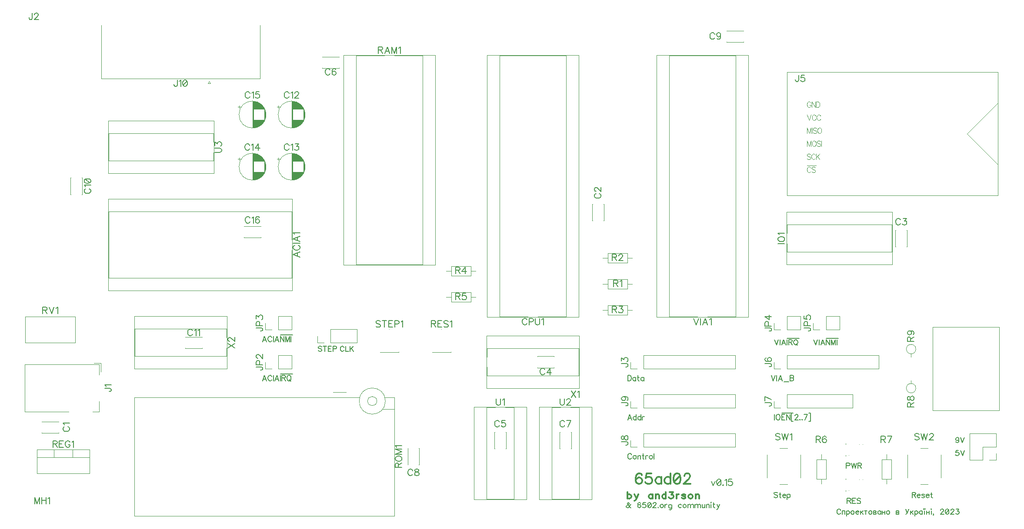
<source format=gbr>
%TF.GenerationSoftware,Novarm,DipTrace,4.3.0.4*%
%TF.CreationDate,2023-04-03T14:28:52+01:00*%
%FSLAX26Y26*%
%MOIN*%
%TF.FileFunction,Legend,Top*%
%TF.Part,Single*%
%ADD10C,0.004724*%
%ADD15C,0.003937*%
%ADD89C,0.00772*%
%ADD90C,0.006251*%
%ADD91C,0.005906*%
%ADD92C,0.011811*%
G75*
G01*
%LPD*%
X1951386Y3183071D2*
D10*
X1971071D1*
X1961228Y3192913D2*
Y3173228D1*
X2061811Y3226575D2*
Y3023425D1*
X2063386Y3226575D2*
Y3023425D1*
X2064961Y3226535D2*
Y3023465D1*
X2066535Y3226496D2*
Y3023504D1*
X2068110Y3226417D2*
Y3023583D1*
X2069685Y3226299D2*
Y3023701D1*
X2071260Y3226142D2*
Y3165945D1*
Y3084055D2*
Y3023858D1*
X2072835Y3225984D2*
Y3165945D1*
Y3084055D2*
Y3024016D1*
X2074409Y3225827D2*
Y3165945D1*
Y3084055D2*
Y3024173D1*
X2075984Y3225630D2*
Y3165945D1*
Y3084055D2*
Y3024370D1*
X2077559Y3225394D2*
Y3165945D1*
Y3084055D2*
Y3024606D1*
X2079134Y3225118D2*
Y3165945D1*
Y3084055D2*
Y3024882D1*
X2080709Y3224843D2*
Y3165945D1*
Y3084055D2*
Y3025157D1*
X2082283Y3224528D2*
Y3165945D1*
Y3084055D2*
Y3025472D1*
X2083858Y3224213D2*
Y3165945D1*
Y3084055D2*
Y3025787D1*
X2085433Y3223858D2*
Y3165945D1*
Y3084055D2*
Y3026142D1*
X2087008Y3223465D2*
Y3165945D1*
Y3084055D2*
Y3026535D1*
X2088583Y3223071D2*
Y3165945D1*
Y3084055D2*
Y3026929D1*
X2090197Y3222638D2*
Y3165945D1*
Y3084055D2*
Y3027362D1*
X2091772Y3222165D2*
Y3165945D1*
Y3084055D2*
Y3027835D1*
X2093346Y3221654D2*
Y3165945D1*
Y3084055D2*
Y3028346D1*
X2094921Y3221142D2*
Y3165945D1*
Y3084055D2*
Y3028858D1*
X2096496Y3220591D2*
Y3165945D1*
Y3084055D2*
Y3029409D1*
X2098071Y3220039D2*
Y3165945D1*
Y3084055D2*
Y3029961D1*
X2099646Y3219409D2*
Y3165945D1*
Y3084055D2*
Y3030591D1*
X2101220Y3218780D2*
Y3165945D1*
Y3084055D2*
Y3031220D1*
X2102795Y3218110D2*
Y3165945D1*
Y3084055D2*
Y3031890D1*
X2104370Y3217441D2*
Y3165945D1*
Y3084055D2*
Y3032559D1*
X2105945Y3216693D2*
Y3165945D1*
Y3084055D2*
Y3033307D1*
X2107520Y3215945D2*
Y3165945D1*
Y3084055D2*
Y3034055D1*
X2109094Y3215157D2*
Y3165945D1*
Y3084055D2*
Y3034843D1*
X2110669Y3214291D2*
Y3165945D1*
Y3084055D2*
Y3035709D1*
X2112244Y3213465D2*
Y3165945D1*
Y3084055D2*
Y3036535D1*
X2113819Y3212559D2*
Y3165945D1*
Y3084055D2*
Y3037441D1*
X2115394Y3211614D2*
Y3165945D1*
Y3084055D2*
Y3038386D1*
X2116969Y3210630D2*
Y3165945D1*
Y3084055D2*
Y3039370D1*
X2118543Y3209606D2*
Y3165945D1*
Y3084055D2*
Y3040394D1*
X2120118Y3208543D2*
Y3165945D1*
Y3084055D2*
Y3041457D1*
X2121693Y3207480D2*
Y3165945D1*
Y3084055D2*
Y3042520D1*
X2123268Y3206299D2*
Y3165945D1*
Y3084055D2*
Y3043701D1*
X2124843Y3205118D2*
Y3165945D1*
Y3084055D2*
Y3044882D1*
X2126417Y3203898D2*
Y3165945D1*
Y3084055D2*
Y3046102D1*
X2127992Y3202598D2*
Y3165945D1*
Y3084055D2*
Y3047402D1*
X2129567Y3201260D2*
Y3165945D1*
Y3084055D2*
Y3048740D1*
X2131142Y3199843D2*
Y3165945D1*
Y3084055D2*
Y3050157D1*
X2132717Y3198386D2*
Y3165945D1*
Y3084055D2*
Y3051614D1*
X2134291Y3196890D2*
Y3165945D1*
Y3084055D2*
Y3053110D1*
X2135866Y3195276D2*
Y3165945D1*
Y3084055D2*
Y3054724D1*
X2137441Y3193622D2*
Y3165945D1*
Y3084055D2*
Y3056378D1*
X2139016Y3191890D2*
Y3165945D1*
Y3084055D2*
Y3058110D1*
X2140591Y3190079D2*
Y3165945D1*
Y3084055D2*
Y3059921D1*
X2142165Y3188189D2*
Y3165945D1*
Y3084055D2*
Y3061811D1*
X2143740Y3186181D2*
Y3165945D1*
Y3084055D2*
Y3063819D1*
X2145315Y3184055D2*
Y3165945D1*
Y3084055D2*
Y3065945D1*
X2146890Y3181811D2*
Y3165945D1*
Y3084055D2*
Y3068189D1*
X2148465Y3179449D2*
Y3165945D1*
Y3084055D2*
Y3070551D1*
X2150039Y3176929D2*
Y3165945D1*
Y3084055D2*
Y3073071D1*
X2151614Y3174252D2*
Y3165945D1*
Y3084055D2*
Y3075748D1*
X2153189Y3171378D2*
Y3078622D1*
X2154764Y3168228D2*
Y3081772D1*
X2156339Y3164803D2*
Y3085197D1*
X2157913Y3161024D2*
Y3088976D1*
X2159488Y3156693D2*
Y3093307D1*
X2161063Y3151654D2*
Y3098346D1*
X2162638Y3145394D2*
Y3104606D1*
X2164213Y3136181D2*
Y3113819D1*
X1958661Y3125000D2*
G02X1958661Y3125000I103150J0D01*
G01*
X1565748Y1577362D2*
X856299D1*
Y1172638D1*
X1563386Y1479331D2*
X858661D1*
Y1270669D1*
X1563386Y1414370D2*
Y1479331D1*
Y1270669D2*
Y1335630D1*
X858661Y1270669D2*
X1563386D1*
X1565748Y1172638D2*
Y1577362D1*
X856299Y1172638D2*
X1565748D1*
X1563386Y1414370D2*
G02X1563386Y1414370I0J0D01*
G01*
X2458661Y3579724D2*
Y1970276D1*
X3163386D1*
X2556693Y3577362D2*
Y1972638D1*
X3065354D1*
X2771654Y3577362D2*
X2556693D1*
X3065354D2*
X2850394D1*
X3065354Y1972638D2*
Y3577362D1*
X3163386Y3579724D2*
X2458661D1*
X3163386Y1970276D2*
Y3579724D1*
X2771654Y3577362D2*
G02X2771654Y3577362I0J0D01*
G01*
X5563386Y1570276D2*
Y3579724D1*
X4858661D1*
X5465354Y1572638D2*
Y3577362D1*
X4956693D1*
X5250394Y1572638D2*
X5465354D1*
X4956693D2*
X5171654D1*
X4956693Y3577362D2*
Y1572638D1*
X4858661Y1570276D2*
X5563386D1*
X4858661Y3579724D2*
Y1570276D1*
X5250394Y1572638D2*
G02X5250394Y1572638I0J0D01*
G01*
X4658661Y1172638D2*
Y1225000D1*
X4711024Y1172638D2*
X4658661D1*
X4761024D2*
X5463386D1*
X4761024D2*
Y1277362D1*
X5463386Y1172638D2*
Y1277362D1*
X4761024D2*
X5463386D1*
X6881496Y287205D2*
X6940551D1*
X7038976Y336417D2*
Y513583D1*
X6783071D2*
Y336417D1*
X6940551Y562795D2*
X6881496D1*
X3705118Y688780D2*
X3702559D1*
X3705118D2*
Y561220D1*
X3619488Y688780D2*
X3616929D1*
Y561220D1*
X3705118D2*
X3702559D1*
X3619488D2*
X3616929D1*
X7463386Y472638D2*
X7411024D1*
X7463386Y525000D2*
Y472638D1*
Y575000D2*
Y677362D1*
Y575000D2*
X7361024D1*
X7463386Y677362D2*
X7258661D1*
X7361024Y472638D2*
X7258661D1*
X7361024Y575000D2*
Y472638D1*
X7258661D2*
Y677362D1*
X3140157Y1302165D2*
X3281890D1*
X3211024Y1477362D2*
G02X3211024Y1477362I0J0D01*
G01*
X3283404Y1302619D2*
G02X3283404Y1302619I0J0D01*
G01*
X6691339Y2110827D2*
X6693898D1*
X6691339D2*
Y2238386D1*
X6776969Y2110827D2*
X6779528D1*
Y2238386D1*
X6691339D2*
X6693898D1*
X6776969D2*
X6779528D1*
X5861024Y3450000D2*
D15*
X7475197D1*
X5861024Y2505118D2*
Y3450000D1*
X7238976Y2977559D2*
X7475197Y2741339D1*
Y3450000D2*
Y2505118D1*
Y3213780D2*
X7238976Y2977559D1*
X7475197Y2505118D2*
X5861024D1*
X5758661Y872638D2*
D10*
Y925000D1*
X5811024Y872638D2*
X5758661D1*
X5861024D2*
X6363386D1*
X5861024D2*
Y977362D1*
X6363386Y872638D2*
Y977362D1*
X5861024D2*
X6363386D1*
X4658661Y572638D2*
Y625000D1*
X4711024Y572638D2*
X4658661D1*
X4761024D2*
X5463386D1*
X4761024D2*
Y677362D1*
X5463386Y572638D2*
Y677362D1*
X4761024D2*
X5463386D1*
X3958661Y879724D2*
Y170276D1*
X4363386D1*
X4056693Y877362D2*
Y172638D1*
X4265354D1*
X4121654Y877362D2*
X4056693D1*
X4265354D2*
X4200394D1*
X4265354Y172638D2*
Y877362D1*
X4363386Y879724D2*
X3958661D1*
X4363386Y170276D2*
Y879724D1*
X4121654Y877362D2*
G02X4121654Y877362I0J0D01*
G01*
X4263386Y1570276D2*
Y3579724D1*
X3558661D1*
X4165354Y1572638D2*
Y3577362D1*
X3656693D1*
X3950394Y1572638D2*
X4165354D1*
X3656693D2*
X3871654D1*
X3656693Y3577362D2*
Y1572638D1*
X3558661Y1570276D2*
X4263386D1*
X3558661Y3579724D2*
Y1570276D1*
X3950394Y1572638D2*
G02X3950394Y1572638I0J0D01*
G01*
X3248031Y1925000D2*
X3285433D1*
Y1961220D2*
Y1888780D1*
X3436614D1*
Y1961220D2*
X3285433D1*
X3436614Y1888780D2*
Y1961220D1*
X3474016Y1925000D2*
X3436614D1*
X6058661Y1472638D2*
Y1525000D1*
X6111024Y1472638D2*
X6058661D1*
X6161024D2*
X6263386D1*
X6161024D2*
Y1577362D1*
X6263386Y1472638D2*
Y1577362D1*
X6161024D2*
X6263386D1*
X2425591Y3480906D2*
Y3483465D1*
Y3480906D2*
X2298031D1*
X2425591Y3566535D2*
Y3569094D1*
X2298031D1*
Y3480906D2*
Y3483465D1*
Y3566535D2*
Y3569094D1*
X6622441Y515945D2*
Y478543D1*
X6658661D2*
X6586220D1*
Y327362D1*
X6658661D2*
Y478543D1*
X6586220Y327362D2*
X6658661D1*
X6622441Y289961D2*
Y327362D1*
X6811024Y1061220D2*
Y1085630D1*
X6774803Y1025000D2*
G02X6774803Y1025000I36220J0D01*
G01*
X2380217Y994882D2*
X2480217D1*
X2849902Y954724D2*
X2776673D1*
X2583760D2*
X857776D1*
Y45276D1*
X2849902Y864961D2*
X2760925D1*
X2849902Y45276D2*
Y954724D1*
X857776Y45276D2*
X2849902D1*
X2644783Y925984D2*
G02X2644783Y925984I35433J0D01*
G01*
X2579823D2*
G02X2579823Y925984I100394J0D01*
G01*
X455118Y2639567D2*
X452559D1*
X455118D2*
Y2512008D1*
X369488Y2639567D2*
X366929D1*
Y2512008D1*
X455118D2*
X452559D1*
X369488D2*
X366929D1*
X1821063Y3399593D2*
X601772D1*
X1821063Y3812192D2*
Y3399593D1*
X1439370Y3364383D2*
X1419685D1*
X1429528Y3381430D2*
X1439370Y3364383D1*
X1419685D2*
X1429528Y3381430D1*
X601772Y3399593D2*
Y3812192D1*
X3556299Y1023031D2*
X4265748D1*
Y1427756D1*
X3558661Y1121063D2*
X4263386D1*
Y1329724D1*
X3558661Y1186024D2*
Y1121063D1*
Y1329724D2*
Y1264764D1*
X4263386Y1329724D2*
X3558661D1*
X3556299Y1427756D2*
Y1023031D1*
X4265748Y1427756D2*
X3556299D1*
X3558661Y1186024D2*
G02X3558661Y1186024I0J0D01*
G01*
X6975591Y854921D2*
X7487402D1*
X6975591D2*
Y1492717D1*
X7487402Y854921D2*
Y1492717D1*
X6975591D2*
X7487402D1*
X1951386Y2783071D2*
X1971071D1*
X1961228Y2792913D2*
Y2773228D1*
X2061811Y2826575D2*
Y2623425D1*
X2063386Y2826575D2*
Y2623425D1*
X2064961Y2826535D2*
Y2623465D1*
X2066535Y2826496D2*
Y2623504D1*
X2068110Y2826417D2*
Y2623583D1*
X2069685Y2826299D2*
Y2623701D1*
X2071260Y2826142D2*
Y2765945D1*
Y2684055D2*
Y2623858D1*
X2072835Y2825984D2*
Y2765945D1*
Y2684055D2*
Y2624016D1*
X2074409Y2825827D2*
Y2765945D1*
Y2684055D2*
Y2624173D1*
X2075984Y2825630D2*
Y2765945D1*
Y2684055D2*
Y2624370D1*
X2077559Y2825394D2*
Y2765945D1*
Y2684055D2*
Y2624606D1*
X2079134Y2825118D2*
Y2765945D1*
Y2684055D2*
Y2624882D1*
X2080709Y2824843D2*
Y2765945D1*
Y2684055D2*
Y2625157D1*
X2082283Y2824528D2*
Y2765945D1*
Y2684055D2*
Y2625472D1*
X2083858Y2824213D2*
Y2765945D1*
Y2684055D2*
Y2625787D1*
X2085433Y2823858D2*
Y2765945D1*
Y2684055D2*
Y2626142D1*
X2087008Y2823465D2*
Y2765945D1*
Y2684055D2*
Y2626535D1*
X2088583Y2823071D2*
Y2765945D1*
Y2684055D2*
Y2626929D1*
X2090197Y2822638D2*
Y2765945D1*
Y2684055D2*
Y2627362D1*
X2091772Y2822165D2*
Y2765945D1*
Y2684055D2*
Y2627835D1*
X2093346Y2821654D2*
Y2765945D1*
Y2684055D2*
Y2628346D1*
X2094921Y2821142D2*
Y2765945D1*
Y2684055D2*
Y2628858D1*
X2096496Y2820591D2*
Y2765945D1*
Y2684055D2*
Y2629409D1*
X2098071Y2820039D2*
Y2765945D1*
Y2684055D2*
Y2629961D1*
X2099646Y2819409D2*
Y2765945D1*
Y2684055D2*
Y2630591D1*
X2101220Y2818780D2*
Y2765945D1*
Y2684055D2*
Y2631220D1*
X2102795Y2818110D2*
Y2765945D1*
Y2684055D2*
Y2631890D1*
X2104370Y2817441D2*
Y2765945D1*
Y2684055D2*
Y2632559D1*
X2105945Y2816693D2*
Y2765945D1*
Y2684055D2*
Y2633307D1*
X2107520Y2815945D2*
Y2765945D1*
Y2684055D2*
Y2634055D1*
X2109094Y2815157D2*
Y2765945D1*
Y2684055D2*
Y2634843D1*
X2110669Y2814291D2*
Y2765945D1*
Y2684055D2*
Y2635709D1*
X2112244Y2813465D2*
Y2765945D1*
Y2684055D2*
Y2636535D1*
X2113819Y2812559D2*
Y2765945D1*
Y2684055D2*
Y2637441D1*
X2115394Y2811614D2*
Y2765945D1*
Y2684055D2*
Y2638386D1*
X2116969Y2810630D2*
Y2765945D1*
Y2684055D2*
Y2639370D1*
X2118543Y2809606D2*
Y2765945D1*
Y2684055D2*
Y2640394D1*
X2120118Y2808543D2*
Y2765945D1*
Y2684055D2*
Y2641457D1*
X2121693Y2807480D2*
Y2765945D1*
Y2684055D2*
Y2642520D1*
X2123268Y2806299D2*
Y2765945D1*
Y2684055D2*
Y2643701D1*
X2124843Y2805118D2*
Y2765945D1*
Y2684055D2*
Y2644882D1*
X2126417Y2803898D2*
Y2765945D1*
Y2684055D2*
Y2646102D1*
X2127992Y2802598D2*
Y2765945D1*
Y2684055D2*
Y2647402D1*
X2129567Y2801260D2*
Y2765945D1*
Y2684055D2*
Y2648740D1*
X2131142Y2799843D2*
Y2765945D1*
Y2684055D2*
Y2650157D1*
X2132717Y2798386D2*
Y2765945D1*
Y2684055D2*
Y2651614D1*
X2134291Y2796890D2*
Y2765945D1*
Y2684055D2*
Y2653110D1*
X2135866Y2795276D2*
Y2765945D1*
Y2684055D2*
Y2654724D1*
X2137441Y2793622D2*
Y2765945D1*
Y2684055D2*
Y2656378D1*
X2139016Y2791890D2*
Y2765945D1*
Y2684055D2*
Y2658110D1*
X2140591Y2790079D2*
Y2765945D1*
Y2684055D2*
Y2659921D1*
X2142165Y2788189D2*
Y2765945D1*
Y2684055D2*
Y2661811D1*
X2143740Y2786181D2*
Y2765945D1*
Y2684055D2*
Y2663819D1*
X2145315Y2784055D2*
Y2765945D1*
Y2684055D2*
Y2665945D1*
X2146890Y2781811D2*
Y2765945D1*
Y2684055D2*
Y2668189D1*
X2148465Y2779449D2*
Y2765945D1*
Y2684055D2*
Y2670551D1*
X2150039Y2776929D2*
Y2765945D1*
Y2684055D2*
Y2673071D1*
X2151614Y2774252D2*
Y2765945D1*
Y2684055D2*
Y2675748D1*
X2153189Y2771378D2*
Y2678622D1*
X2154764Y2768228D2*
Y2681772D1*
X2156339Y2764803D2*
Y2685197D1*
X2157913Y2761024D2*
Y2688976D1*
X2159488Y2756693D2*
Y2693307D1*
X2161063Y2751654D2*
Y2698346D1*
X2162638Y2745394D2*
Y2704606D1*
X2164213Y2736181D2*
Y2713819D1*
X1958661Y2725000D2*
G02X1958661Y2725000I103150J0D01*
G01*
X2258661Y1372638D2*
Y1425000D1*
X2311024Y1372638D2*
X2258661D1*
X2361024D2*
X2563386D1*
X2361024D2*
Y1477362D1*
X2563386Y1372638D2*
Y1477362D1*
X2361024D2*
X2563386D1*
X6811024Y1288780D2*
Y1264370D1*
X6774803Y1325000D2*
G02X6774803Y1325000I36220J0D01*
G01*
X5804331Y287205D2*
X5863386D1*
X5961811Y336417D2*
Y513583D1*
X5705906D2*
Y336417D1*
X5863386Y562795D2*
X5804331D1*
X4205118Y688780D2*
X4202559D1*
X4205118D2*
Y561220D1*
X4119488Y688780D2*
X4116929D1*
Y561220D1*
X4205118D2*
X4202559D1*
X4119488D2*
X4116929D1*
X1698031Y2269094D2*
Y2266535D1*
Y2269094D2*
X1825591D1*
X1698031Y2183465D2*
Y2180906D1*
X1825591D1*
Y2269094D2*
Y2266535D1*
Y2183465D2*
Y2180906D1*
X4658661Y872638D2*
Y925000D1*
X4711024Y872638D2*
X4658661D1*
X4761024D2*
X5463386D1*
X4761024D2*
Y977362D1*
X5463386Y872638D2*
Y977362D1*
X4761024D2*
X5463386D1*
X1248031Y1419094D2*
Y1416535D1*
Y1419094D2*
X1375591D1*
X1248031Y1333465D2*
Y1330906D1*
X1375591D1*
Y1419094D2*
Y1416535D1*
Y1333465D2*
Y1330906D1*
X3458661Y879724D2*
Y170276D1*
X3863386D1*
X3556693Y877362D2*
Y172638D1*
X3765354D1*
X3621654Y877362D2*
X3556693D1*
X3765354D2*
X3700394D1*
X3765354Y172638D2*
Y877362D1*
X3863386Y879724D2*
X3458661D1*
X3863386Y170276D2*
Y879724D1*
X3621654Y877362D2*
G02X3621654Y877362I0J0D01*
G01*
X598425Y1217913D2*
X547244D1*
X586614Y1206102D2*
Y1127362D1*
X15748Y1206102D2*
X586614D1*
X598425Y1150984D2*
Y1217913D1*
X586614Y922638D2*
Y843898D1*
X535433D1*
X354331D2*
X15748D1*
Y1206102D1*
X1651386Y2783071D2*
X1671071D1*
X1661228Y2792913D2*
Y2773228D1*
X1761811Y2826575D2*
Y2623425D1*
X1763386Y2826575D2*
Y2623425D1*
X1764961Y2826535D2*
Y2623465D1*
X1766535Y2826496D2*
Y2623504D1*
X1768110Y2826417D2*
Y2623583D1*
X1769685Y2826299D2*
Y2623701D1*
X1771260Y2826142D2*
Y2765945D1*
Y2684055D2*
Y2623858D1*
X1772835Y2825984D2*
Y2765945D1*
Y2684055D2*
Y2624016D1*
X1774409Y2825827D2*
Y2765945D1*
Y2684055D2*
Y2624173D1*
X1775984Y2825630D2*
Y2765945D1*
Y2684055D2*
Y2624370D1*
X1777559Y2825394D2*
Y2765945D1*
Y2684055D2*
Y2624606D1*
X1779134Y2825118D2*
Y2765945D1*
Y2684055D2*
Y2624882D1*
X1780709Y2824843D2*
Y2765945D1*
Y2684055D2*
Y2625157D1*
X1782283Y2824528D2*
Y2765945D1*
Y2684055D2*
Y2625472D1*
X1783858Y2824213D2*
Y2765945D1*
Y2684055D2*
Y2625787D1*
X1785433Y2823858D2*
Y2765945D1*
Y2684055D2*
Y2626142D1*
X1787008Y2823465D2*
Y2765945D1*
Y2684055D2*
Y2626535D1*
X1788583Y2823071D2*
Y2765945D1*
Y2684055D2*
Y2626929D1*
X1790197Y2822638D2*
Y2765945D1*
Y2684055D2*
Y2627362D1*
X1791772Y2822165D2*
Y2765945D1*
Y2684055D2*
Y2627835D1*
X1793346Y2821654D2*
Y2765945D1*
Y2684055D2*
Y2628346D1*
X1794921Y2821142D2*
Y2765945D1*
Y2684055D2*
Y2628858D1*
X1796496Y2820591D2*
Y2765945D1*
Y2684055D2*
Y2629409D1*
X1798071Y2820039D2*
Y2765945D1*
Y2684055D2*
Y2629961D1*
X1799646Y2819409D2*
Y2765945D1*
Y2684055D2*
Y2630591D1*
X1801220Y2818780D2*
Y2765945D1*
Y2684055D2*
Y2631220D1*
X1802795Y2818110D2*
Y2765945D1*
Y2684055D2*
Y2631890D1*
X1804370Y2817441D2*
Y2765945D1*
Y2684055D2*
Y2632559D1*
X1805945Y2816693D2*
Y2765945D1*
Y2684055D2*
Y2633307D1*
X1807520Y2815945D2*
Y2765945D1*
Y2684055D2*
Y2634055D1*
X1809094Y2815157D2*
Y2765945D1*
Y2684055D2*
Y2634843D1*
X1810669Y2814291D2*
Y2765945D1*
Y2684055D2*
Y2635709D1*
X1812244Y2813465D2*
Y2765945D1*
Y2684055D2*
Y2636535D1*
X1813819Y2812559D2*
Y2765945D1*
Y2684055D2*
Y2637441D1*
X1815394Y2811614D2*
Y2765945D1*
Y2684055D2*
Y2638386D1*
X1816969Y2810630D2*
Y2765945D1*
Y2684055D2*
Y2639370D1*
X1818543Y2809606D2*
Y2765945D1*
Y2684055D2*
Y2640394D1*
X1820118Y2808543D2*
Y2765945D1*
Y2684055D2*
Y2641457D1*
X1821693Y2807480D2*
Y2765945D1*
Y2684055D2*
Y2642520D1*
X1823268Y2806299D2*
Y2765945D1*
Y2684055D2*
Y2643701D1*
X1824843Y2805118D2*
Y2765945D1*
Y2684055D2*
Y2644882D1*
X1826417Y2803898D2*
Y2765945D1*
Y2684055D2*
Y2646102D1*
X1827992Y2802598D2*
Y2765945D1*
Y2684055D2*
Y2647402D1*
X1829567Y2801260D2*
Y2765945D1*
Y2684055D2*
Y2648740D1*
X1831142Y2799843D2*
Y2765945D1*
Y2684055D2*
Y2650157D1*
X1832717Y2798386D2*
Y2765945D1*
Y2684055D2*
Y2651614D1*
X1834291Y2796890D2*
Y2765945D1*
Y2684055D2*
Y2653110D1*
X1835866Y2795276D2*
Y2765945D1*
Y2684055D2*
Y2654724D1*
X1837441Y2793622D2*
Y2765945D1*
Y2684055D2*
Y2656378D1*
X1839016Y2791890D2*
Y2765945D1*
Y2684055D2*
Y2658110D1*
X1840591Y2790079D2*
Y2765945D1*
Y2684055D2*
Y2659921D1*
X1842165Y2788189D2*
Y2765945D1*
Y2684055D2*
Y2661811D1*
X1843740Y2786181D2*
Y2765945D1*
Y2684055D2*
Y2663819D1*
X1845315Y2784055D2*
Y2765945D1*
Y2684055D2*
Y2665945D1*
X1846890Y2781811D2*
Y2765945D1*
Y2684055D2*
Y2668189D1*
X1848465Y2779449D2*
Y2765945D1*
Y2684055D2*
Y2670551D1*
X1850039Y2776929D2*
Y2765945D1*
Y2684055D2*
Y2673071D1*
X1851614Y2774252D2*
Y2765945D1*
Y2684055D2*
Y2675748D1*
X1853189Y2771378D2*
Y2678622D1*
X1854764Y2768228D2*
Y2681772D1*
X1856339Y2764803D2*
Y2685197D1*
X1857913Y2761024D2*
Y2688976D1*
X1859488Y2756693D2*
Y2693307D1*
X1861063Y2751654D2*
Y2698346D1*
X1862638Y2745394D2*
Y2704606D1*
X1864213Y2736181D2*
Y2713819D1*
X1658661Y2725000D2*
G02X1658661Y2725000I103150J0D01*
G01*
X109449Y553740D2*
Y371024D1*
Y553740D2*
X512598D1*
X109449Y494291D2*
X512598D1*
X109449Y371024D2*
X512598D1*
X238189Y553740D2*
Y494291D1*
X383898Y553740D2*
Y494291D1*
X512598Y553740D2*
Y371024D1*
X1651386Y3183071D2*
X1671071D1*
X1661228Y3192913D2*
Y3173228D1*
X1761811Y3226575D2*
Y3023425D1*
X1763386Y3226575D2*
Y3023425D1*
X1764961Y3226535D2*
Y3023465D1*
X1766535Y3226496D2*
Y3023504D1*
X1768110Y3226417D2*
Y3023583D1*
X1769685Y3226299D2*
Y3023701D1*
X1771260Y3226142D2*
Y3165945D1*
Y3084055D2*
Y3023858D1*
X1772835Y3225984D2*
Y3165945D1*
Y3084055D2*
Y3024016D1*
X1774409Y3225827D2*
Y3165945D1*
Y3084055D2*
Y3024173D1*
X1775984Y3225630D2*
Y3165945D1*
Y3084055D2*
Y3024370D1*
X1777559Y3225394D2*
Y3165945D1*
Y3084055D2*
Y3024606D1*
X1779134Y3225118D2*
Y3165945D1*
Y3084055D2*
Y3024882D1*
X1780709Y3224843D2*
Y3165945D1*
Y3084055D2*
Y3025157D1*
X1782283Y3224528D2*
Y3165945D1*
Y3084055D2*
Y3025472D1*
X1783858Y3224213D2*
Y3165945D1*
Y3084055D2*
Y3025787D1*
X1785433Y3223858D2*
Y3165945D1*
Y3084055D2*
Y3026142D1*
X1787008Y3223465D2*
Y3165945D1*
Y3084055D2*
Y3026535D1*
X1788583Y3223071D2*
Y3165945D1*
Y3084055D2*
Y3026929D1*
X1790197Y3222638D2*
Y3165945D1*
Y3084055D2*
Y3027362D1*
X1791772Y3222165D2*
Y3165945D1*
Y3084055D2*
Y3027835D1*
X1793346Y3221654D2*
Y3165945D1*
Y3084055D2*
Y3028346D1*
X1794921Y3221142D2*
Y3165945D1*
Y3084055D2*
Y3028858D1*
X1796496Y3220591D2*
Y3165945D1*
Y3084055D2*
Y3029409D1*
X1798071Y3220039D2*
Y3165945D1*
Y3084055D2*
Y3029961D1*
X1799646Y3219409D2*
Y3165945D1*
Y3084055D2*
Y3030591D1*
X1801220Y3218780D2*
Y3165945D1*
Y3084055D2*
Y3031220D1*
X1802795Y3218110D2*
Y3165945D1*
Y3084055D2*
Y3031890D1*
X1804370Y3217441D2*
Y3165945D1*
Y3084055D2*
Y3032559D1*
X1805945Y3216693D2*
Y3165945D1*
Y3084055D2*
Y3033307D1*
X1807520Y3215945D2*
Y3165945D1*
Y3084055D2*
Y3034055D1*
X1809094Y3215157D2*
Y3165945D1*
Y3084055D2*
Y3034843D1*
X1810669Y3214291D2*
Y3165945D1*
Y3084055D2*
Y3035709D1*
X1812244Y3213465D2*
Y3165945D1*
Y3084055D2*
Y3036535D1*
X1813819Y3212559D2*
Y3165945D1*
Y3084055D2*
Y3037441D1*
X1815394Y3211614D2*
Y3165945D1*
Y3084055D2*
Y3038386D1*
X1816969Y3210630D2*
Y3165945D1*
Y3084055D2*
Y3039370D1*
X1818543Y3209606D2*
Y3165945D1*
Y3084055D2*
Y3040394D1*
X1820118Y3208543D2*
Y3165945D1*
Y3084055D2*
Y3041457D1*
X1821693Y3207480D2*
Y3165945D1*
Y3084055D2*
Y3042520D1*
X1823268Y3206299D2*
Y3165945D1*
Y3084055D2*
Y3043701D1*
X1824843Y3205118D2*
Y3165945D1*
Y3084055D2*
Y3044882D1*
X1826417Y3203898D2*
Y3165945D1*
Y3084055D2*
Y3046102D1*
X1827992Y3202598D2*
Y3165945D1*
Y3084055D2*
Y3047402D1*
X1829567Y3201260D2*
Y3165945D1*
Y3084055D2*
Y3048740D1*
X1831142Y3199843D2*
Y3165945D1*
Y3084055D2*
Y3050157D1*
X1832717Y3198386D2*
Y3165945D1*
Y3084055D2*
Y3051614D1*
X1834291Y3196890D2*
Y3165945D1*
Y3084055D2*
Y3053110D1*
X1835866Y3195276D2*
Y3165945D1*
Y3084055D2*
Y3054724D1*
X1837441Y3193622D2*
Y3165945D1*
Y3084055D2*
Y3056378D1*
X1839016Y3191890D2*
Y3165945D1*
Y3084055D2*
Y3058110D1*
X1840591Y3190079D2*
Y3165945D1*
Y3084055D2*
Y3059921D1*
X1842165Y3188189D2*
Y3165945D1*
Y3084055D2*
Y3061811D1*
X1843740Y3186181D2*
Y3165945D1*
Y3084055D2*
Y3063819D1*
X1845315Y3184055D2*
Y3165945D1*
Y3084055D2*
Y3065945D1*
X1846890Y3181811D2*
Y3165945D1*
Y3084055D2*
Y3068189D1*
X1848465Y3179449D2*
Y3165945D1*
Y3084055D2*
Y3070551D1*
X1850039Y3176929D2*
Y3165945D1*
Y3084055D2*
Y3073071D1*
X1851614Y3174252D2*
Y3165945D1*
Y3084055D2*
Y3075748D1*
X1853189Y3171378D2*
Y3078622D1*
X1854764Y3168228D2*
Y3081772D1*
X1856339Y3164803D2*
Y3085197D1*
X1857913Y3161024D2*
Y3088976D1*
X1859488Y3156693D2*
Y3093307D1*
X1861063Y3151654D2*
Y3098346D1*
X1862638Y3145394D2*
Y3104606D1*
X1864213Y3136181D2*
Y3113819D1*
X1658661Y3125000D2*
G02X1658661Y3125000I103150J0D01*
G01*
X1858661Y1472638D2*
Y1525000D1*
X1911024Y1472638D2*
X1858661D1*
X1961024D2*
X2063386D1*
X1961024D2*
Y1577362D1*
X2063386Y1472638D2*
Y1577362D1*
X1961024D2*
X2063386D1*
X5758661Y1472638D2*
Y1525000D1*
X5811024Y1472638D2*
X5758661D1*
X5861024D2*
X5963386D1*
X5861024D2*
Y1577362D1*
X5963386Y1472638D2*
Y1577362D1*
X5861024D2*
X5963386D1*
X6122441Y289961D2*
Y327362D1*
X6086220D2*
X6158661D1*
Y478543D1*
X6086220D2*
Y327362D1*
X6158661Y478543D2*
X6086220D1*
X6122441Y515945D2*
Y478543D1*
X1858661Y1172638D2*
Y1225000D1*
X1911024Y1172638D2*
X1858661D1*
X1961024D2*
X2063386D1*
X1961024D2*
Y1277362D1*
X2063386Y1172638D2*
Y1277362D1*
X1961024D2*
X2063386D1*
X4674016Y1625000D2*
X4636614D1*
Y1588780D2*
Y1661220D1*
X4485433D1*
Y1588780D2*
X4636614D1*
X4485433Y1661220D2*
Y1588780D1*
X4448031Y1625000D2*
X4485433D1*
X4674016Y1825000D2*
X4636614D1*
Y1788780D2*
Y1861220D1*
X4485433D1*
Y1788780D2*
X4636614D1*
X4485433Y1861220D2*
Y1788780D1*
X4448031Y1825000D2*
X4485433D1*
X148031Y769094D2*
Y766535D1*
Y769094D2*
X275591D1*
X148031Y683465D2*
Y680906D1*
X275591D1*
Y769094D2*
Y766535D1*
Y683465D2*
Y680906D1*
X3040059Y564567D2*
X3037500D1*
X3040059D2*
Y437008D1*
X2954429Y564567D2*
X2951870D1*
Y437008D1*
X3040059D2*
X3037500D1*
X2954429D2*
X2951870D1*
X5856299Y1972638D2*
X6665748D1*
Y2377362D1*
X5858661Y2070669D2*
X6663386D1*
Y2279331D1*
X5858661Y2135630D2*
Y2070669D1*
Y2279331D2*
Y2214370D1*
X6663386Y2279331D2*
X5858661D1*
X5856299Y2377362D2*
Y1972638D1*
X6665748Y2377362D2*
X5856299D1*
X5858661Y2135630D2*
G02X5858661Y2135630I0J0D01*
G01*
X6311024Y331339D2*
Y325197D1*
Y240157D2*
Y234016D1*
X6438281Y325142D2*
G02X6438281Y325142I0J0D01*
G01*
X6413430Y325190D2*
G02X6413430Y325190I0J0D01*
G01*
X6331458Y240157D2*
G02X6331458Y240157I0J0D01*
G01*
X6311024Y234035D2*
G02X6311024Y234035I0J0D01*
G01*
Y601614D2*
Y595472D1*
Y510433D2*
Y504291D1*
X6438281Y595417D2*
G02X6438281Y595417I0J0D01*
G01*
X6413430Y595466D2*
G02X6413430Y595466I0J0D01*
G01*
X6331458Y510433D2*
G02X6331458Y510433I0J0D01*
G01*
X6311024Y504311D2*
G02X6311024Y504311I0J0D01*
G01*
X18701Y1574606D2*
Y1375000D1*
Y1574606D2*
X403346D1*
X18701Y1375000D2*
X403346D1*
Y1574606D2*
Y1375000D1*
X2065748Y2477362D2*
X656299D1*
Y1772638D1*
X2063386Y2379331D2*
X658661D1*
Y1870669D1*
X2063386Y2164370D2*
Y2379331D1*
Y1870669D2*
Y2085630D1*
X658661Y1870669D2*
X2063386D1*
X2065748Y1772638D2*
Y2477362D1*
X656299Y1772638D2*
X2065748D1*
X2063386Y2164370D2*
G02X2063386Y2164370I0J0D01*
G01*
X2740157Y1302165D2*
X2881890D1*
X2811024Y1477362D2*
G02X2811024Y1477362I0J0D01*
G01*
X2883404Y1302619D2*
G02X2883404Y1302619I0J0D01*
G01*
X5525591Y3680906D2*
Y3683465D1*
Y3680906D2*
X5398031D1*
X5525591Y3766535D2*
Y3769094D1*
X5398031D1*
Y3680906D2*
Y3683465D1*
Y3766535D2*
Y3769094D1*
X4674016Y2025000D2*
X4636614D1*
Y1988780D2*
Y2061220D1*
X4485433D1*
Y1988780D2*
X4636614D1*
X4485433Y2061220D2*
Y1988780D1*
X4448031Y2025000D2*
X4485433D1*
X3248031Y1725000D2*
X3285433D1*
Y1761220D2*
Y1688780D1*
X3436614D1*
Y1761220D2*
X3285433D1*
X3436614Y1688780D2*
Y1761220D1*
X3474016Y1725000D2*
X3436614D1*
X1465748Y3077362D2*
X656299D1*
Y2672638D1*
X1463386Y2979331D2*
X658661D1*
Y2770669D1*
X1463386Y2914370D2*
Y2979331D1*
Y2770669D2*
Y2835630D1*
X658661Y2770669D2*
X1463386D1*
X1465748Y2672638D2*
Y3077362D1*
X656299Y2672638D2*
X1465748D1*
X1463386Y2914370D2*
G02X1463386Y2914370I0J0D01*
G01*
X4366929Y2310433D2*
X4369488D1*
X4366929D2*
Y2437992D1*
X4452559Y2310433D2*
X4455118D1*
Y2437992D1*
X4366929D2*
X4369488D1*
X4452559D2*
X4455118D1*
X4074213Y1181299D2*
Y1183858D1*
Y1181299D2*
X3946654D1*
X4074213Y1266929D2*
Y1269488D1*
X3946654D1*
Y1181299D2*
Y1183858D1*
Y1266929D2*
Y1269488D1*
X5758661Y1172638D2*
Y1225000D1*
X5811024Y1172638D2*
X5758661D1*
X5861024D2*
X6563386D1*
X5861024D2*
Y1277362D1*
X6563386Y1172638D2*
Y1277362D1*
X5861024D2*
X6563386D1*
X6270728Y87955D2*
D90*
X6268826Y91758D1*
X6264980Y95604D1*
X6261177Y97506D1*
X6253528D1*
X6249681Y95604D1*
X6245879Y91758D1*
X6243933Y87955D1*
X6242032Y82207D1*
Y72612D1*
X6243933Y66909D1*
X6245879Y63062D1*
X6249681Y59259D1*
X6253528Y57314D1*
X6261177D1*
X6264980Y59259D1*
X6268826Y63062D1*
X6270728Y66909D1*
X6283229Y84108D2*
Y57314D1*
X6303303Y84108D2*
Y57314D1*
X6283229Y84108D2*
X6303303D1*
X6315804D2*
Y43916D1*
Y78360D2*
X6319607Y82163D1*
X6323454Y84108D1*
X6329202D1*
X6333004Y82163D1*
X6336851Y78360D1*
X6338752Y72612D1*
Y68766D1*
X6336851Y63062D1*
X6333004Y59215D1*
X6329202Y57314D1*
X6323454D1*
X6319607Y59215D1*
X6315804Y63062D1*
X6359876Y84108D2*
X6357002Y82826D1*
X6354127Y80262D1*
X6352668Y77741D1*
X6351253Y73895D1*
Y67528D1*
X6352668Y63725D1*
X6354127Y61161D1*
X6357002Y58596D1*
X6359876Y57314D1*
X6365579D1*
X6368453Y58596D1*
X6371327Y61161D1*
X6372742Y63725D1*
X6374157Y67528D1*
Y73895D1*
X6372742Y77741D1*
X6371327Y80262D1*
X6368453Y82826D1*
X6365579Y84108D1*
X6359876D1*
X6386658Y72612D2*
X6409606D1*
Y76459D1*
X6407705Y80306D1*
X6405804Y82207D1*
X6401957Y84108D1*
X6396209D1*
X6392407Y82207D1*
X6388560Y78360D1*
X6386658Y72612D1*
Y68810D1*
X6388560Y63062D1*
X6392407Y59259D1*
X6396209Y57314D1*
X6401957D1*
X6405804Y59259D1*
X6409606Y63062D1*
X6422108Y84108D2*
Y57314D1*
X6442182Y84108D2*
X6422108Y66245D1*
X6429271Y72657D2*
X6442182Y57314D1*
X6464720Y84108D2*
Y57314D1*
X6454683Y84108D2*
X6474757D1*
X6495880D2*
X6493006Y82826D1*
X6490132Y80262D1*
X6488673Y77741D1*
X6487258Y73895D1*
Y67528D1*
X6488673Y63725D1*
X6490132Y61161D1*
X6493006Y58596D1*
X6495880Y57314D1*
X6501584D1*
X6504458Y58596D1*
X6507332Y61161D1*
X6508747Y63725D1*
X6510162Y67528D1*
Y73895D1*
X6508747Y77741D1*
X6507332Y80262D1*
X6504458Y82826D1*
X6501584Y84108D1*
X6495880D1*
X6522663D2*
Y57314D1*
X6535574D1*
X6539907Y58596D1*
X6541322Y59878D1*
X6542737Y62399D1*
Y66245D1*
X6541322Y68810D1*
X6539907Y70092D1*
X6535574Y71330D1*
X6539907Y72657D1*
X6541322Y73895D1*
X6542737Y76459D1*
Y79024D1*
X6541322Y81544D1*
X6539907Y82826D1*
X6535574Y84108D1*
X6522663D1*
Y71330D2*
X6535574D1*
X6578186Y84108D2*
Y57314D1*
Y78360D2*
X6574384Y82207D1*
X6570537Y84108D1*
X6564833D1*
X6560986Y82207D1*
X6557184Y78360D1*
X6555238Y72612D1*
Y68810D1*
X6557184Y63062D1*
X6560986Y59259D1*
X6564833Y57314D1*
X6570537D1*
X6574384Y59259D1*
X6578186Y63062D1*
X6590688Y84108D2*
Y57314D1*
X6610761Y84108D2*
Y57314D1*
X6590688Y71330D2*
X6610761D1*
X6631885Y84108D2*
X6629011Y82826D1*
X6626137Y80262D1*
X6624678Y77741D1*
X6623263Y73895D1*
Y67528D1*
X6624678Y63725D1*
X6626137Y61161D1*
X6629011Y58596D1*
X6631885Y57314D1*
X6637589D1*
X6640463Y58596D1*
X6643337Y61161D1*
X6644752Y63725D1*
X6646166Y67528D1*
Y73895D1*
X6644752Y77741D1*
X6643337Y80262D1*
X6640463Y82826D1*
X6637589Y84108D1*
X6631885D1*
X6697698D2*
Y57314D1*
X6710609D1*
X6714943Y58596D1*
X6716357Y59878D1*
X6717772Y62399D1*
Y66245D1*
X6716357Y68810D1*
X6714943Y70092D1*
X6710609Y71330D1*
X6714943Y72657D1*
X6716357Y73895D1*
X6717772Y76459D1*
Y79024D1*
X6716357Y81544D1*
X6714943Y82826D1*
X6710609Y84108D1*
X6697698D1*
Y71330D2*
X6710609D1*
X6769304Y97638D2*
X6780447Y66732D1*
X6782702Y70844D2*
X6778899Y63194D1*
X6775052Y59348D1*
X6771250Y57314D1*
X6769304D1*
X6794198Y97638D2*
X6782702Y70844D1*
X6806699Y84108D2*
Y57314D1*
X6826773Y84108D2*
X6806699Y66245D1*
X6813862Y72657D2*
X6826773Y57314D1*
X6839274Y84108D2*
Y43916D1*
Y78360D2*
X6843077Y82163D1*
X6846924Y84108D1*
X6852672D1*
X6856474Y82163D1*
X6860321Y78360D1*
X6862222Y72612D1*
Y68766D1*
X6860321Y63062D1*
X6856474Y59215D1*
X6852672Y57314D1*
X6846924D1*
X6843077Y59215D1*
X6839274Y63062D1*
X6897671Y84108D2*
Y57314D1*
Y78360D2*
X6893869Y82207D1*
X6890022Y84108D1*
X6884318D1*
X6880472Y82207D1*
X6876669Y78360D1*
X6874724Y72612D1*
Y68810D1*
X6876669Y63062D1*
X6880472Y59259D1*
X6884318Y57314D1*
X6890022D1*
X6893869Y59259D1*
X6897671Y63062D1*
X6912074Y84108D2*
Y57314D1*
X6905619Y97506D2*
X6907520Y95604D1*
X6909156Y97506D1*
X6907520Y99451D1*
X6905619Y97506D1*
X6918529D2*
X6916628Y95604D1*
X6914992Y97506D1*
X6916628Y99451D1*
X6918529Y97506D1*
X6931031Y84108D2*
Y57314D1*
X6951105Y84108D2*
Y57314D1*
X6931031Y71330D2*
X6951105D1*
X6963606Y97506D2*
X6965507Y95604D1*
X6967453Y97506D1*
X6965507Y99451D1*
X6963606Y97506D1*
X6965507Y84108D2*
Y57314D1*
X6983801Y59215D2*
X6981855Y57314D1*
X6979954Y59215D1*
X6981855Y61161D1*
X6983801Y59215D1*
Y55412D1*
X6981855Y51566D1*
X6979954Y49664D1*
X7037278Y87911D2*
Y89812D1*
X7039180Y93659D1*
X7041081Y95560D1*
X7044928Y97462D1*
X7052577D1*
X7056379Y95560D1*
X7058281Y93659D1*
X7060226Y89812D1*
Y86010D1*
X7058281Y82163D1*
X7054478Y76459D1*
X7035333Y57314D1*
X7062127D1*
X7086125Y97462D2*
X7080377Y95560D1*
X7076530Y89812D1*
X7074629Y80262D1*
Y74514D1*
X7076530Y64963D1*
X7080377Y59215D1*
X7086125Y57314D1*
X7089927D1*
X7095675Y59215D1*
X7099478Y64963D1*
X7101423Y74514D1*
Y80262D1*
X7099478Y89812D1*
X7095675Y95560D1*
X7089927Y97462D1*
X7086125D1*
X7099478Y89812D2*
X7076530Y64963D1*
X7115870Y87911D2*
Y89812D1*
X7117772Y93659D1*
X7119673Y95560D1*
X7123520Y97462D1*
X7131169D1*
X7134971Y95560D1*
X7136873Y93659D1*
X7138818Y89812D1*
Y86010D1*
X7136873Y82163D1*
X7133070Y76459D1*
X7113925Y57314D1*
X7140719D1*
X7157068Y97462D2*
X7178070D1*
X7166618Y82163D1*
X7172366D1*
X7176169Y80262D1*
X7178070Y78360D1*
X7180015Y72612D1*
Y68810D1*
X7178070Y63062D1*
X7174267Y59215D1*
X7168519Y57314D1*
X7162771D1*
X7157068Y59215D1*
X7155166Y61161D1*
X7153221Y64963D1*
X4638976Y1122506D2*
D91*
Y1082314D1*
X4652374D1*
X4658122Y1084259D1*
X4661969Y1088062D1*
X4663870Y1091909D1*
X4665771Y1097612D1*
Y1107207D1*
X4663870Y1112955D1*
X4661969Y1116758D1*
X4658122Y1120604D1*
X4652374Y1122506D1*
X4638976D1*
X4700530Y1109108D2*
Y1082314D1*
Y1103360D2*
X4696727Y1107207D1*
X4692881Y1109108D1*
X4687177D1*
X4683330Y1107207D1*
X4679528Y1103360D1*
X4677582Y1097612D1*
Y1093810D1*
X4679528Y1088062D1*
X4683330Y1084259D1*
X4687177Y1082314D1*
X4692881D1*
X4696727Y1084259D1*
X4700530Y1088062D1*
X4718089Y1122506D2*
Y1089963D1*
X4719990Y1084259D1*
X4723837Y1082314D1*
X4727640D1*
X4712341Y1109108D2*
X4725738D1*
X4762399D2*
Y1082314D1*
Y1103360D2*
X4758596Y1107207D1*
X4754749Y1109108D1*
X4749045D1*
X4745199Y1107207D1*
X4741396Y1103360D1*
X4739451Y1097612D1*
Y1093810D1*
X4741396Y1088062D1*
X4745199Y1084259D1*
X4749045Y1082314D1*
X4754749D1*
X4758596Y1084259D1*
X4762399Y1088062D1*
X4667672Y512955D2*
X4665771Y516758D1*
X4661924Y520604D1*
X4658122Y522506D1*
X4650472D1*
X4646626Y520604D1*
X4642823Y516758D1*
X4640878Y512955D1*
X4638976Y507207D1*
Y497612D1*
X4640878Y491909D1*
X4642823Y488062D1*
X4646626Y484259D1*
X4650472Y482314D1*
X4658122D1*
X4661924Y484259D1*
X4665771Y488062D1*
X4667672Y491909D1*
X4689034Y509108D2*
X4685231Y507207D1*
X4681385Y503360D1*
X4679483Y497612D1*
Y493810D1*
X4681385Y488062D1*
X4685231Y484259D1*
X4689034Y482314D1*
X4694782D1*
X4698629Y484259D1*
X4702431Y488062D1*
X4704377Y493810D1*
Y497612D1*
X4702431Y503360D1*
X4698629Y507207D1*
X4694782Y509108D1*
X4689034D1*
X4716188D2*
Y482314D1*
Y501459D2*
X4721936Y507207D1*
X4725783Y509108D1*
X4731486D1*
X4735333Y507207D1*
X4737234Y501459D1*
Y482314D1*
X4754793Y522506D2*
Y489963D1*
X4756695Y484259D1*
X4760541Y482314D1*
X4764344D1*
X4749045Y509108D2*
X4762443D1*
X4776155D2*
Y482314D1*
Y497612D2*
X4778101Y503360D1*
X4781903Y507207D1*
X4785750Y509108D1*
X4791498D1*
X4812859D2*
X4809057Y507207D1*
X4805210Y503360D1*
X4803309Y497612D1*
Y493810D1*
X4805210Y488062D1*
X4809057Y484259D1*
X4812859Y482314D1*
X4818608D1*
X4822454Y484259D1*
X4826257Y488062D1*
X4828202Y493810D1*
Y497612D1*
X4826257Y503360D1*
X4822454Y507207D1*
X4818608Y509108D1*
X4812859D1*
X4840013Y522506D2*
Y482314D1*
X5763976Y822506D2*
Y782314D1*
X5787283Y822506D2*
X5783437Y820604D1*
X5779634Y816758D1*
X5777689Y812955D1*
X5775787Y807207D1*
Y797612D1*
X5777689Y791909D1*
X5779634Y788062D1*
X5783437Y784259D1*
X5787283Y782314D1*
X5794933D1*
X5798735Y784259D1*
X5802582Y788062D1*
X5804483Y791909D1*
X5806385Y797612D1*
Y807207D1*
X5804483Y812955D1*
X5802582Y816758D1*
X5798735Y820604D1*
X5794933Y822506D1*
X5787283D1*
X5843045D2*
X5818196D1*
Y782314D1*
X5843045D1*
X5818196Y803360D2*
X5833494D1*
X5881651Y822506D2*
Y782314D1*
X5854856Y822506D1*
Y782314D1*
X5818196Y832985D2*
X5893462D1*
X5906859D2*
X5893462D1*
Y771790D1*
X5906859D1*
X5920615Y812911D2*
Y814812D1*
X5922517Y818659D1*
X5924418Y820560D1*
X5928265Y822462D1*
X5935914D1*
X5939717Y820560D1*
X5941618Y818659D1*
X5943563Y814812D1*
Y811010D1*
X5941618Y807163D1*
X5937815Y801459D1*
X5918670Y782314D1*
X5945465D1*
X5959177Y786161D2*
X5957276Y784215D1*
X5959177Y782314D1*
X5961122Y784215D1*
X5959177Y786161D1*
X5974835D2*
X5972933Y784215D1*
X5974835Y782314D1*
X5976780Y784215D1*
X5974835Y786161D1*
X5996240Y782314D2*
X6015386Y822462D1*
X5988591D1*
X6027197Y832985D2*
X6040594D1*
Y771790D1*
X6027197D1*
X4669618Y782314D2*
X4654275Y822506D1*
X4638976Y782314D1*
X4644724Y795711D2*
X4663870D1*
X4704377Y822506D2*
Y782314D1*
Y803360D2*
X4700574Y807207D1*
X4696727Y809108D1*
X4690979D1*
X4687177Y807207D1*
X4683330Y803360D1*
X4681429Y797612D1*
Y793810D1*
X4683330Y788062D1*
X4687177Y784259D1*
X4690979Y782314D1*
X4696727D1*
X4700574Y784259D1*
X4704377Y788062D1*
X4739136Y822506D2*
Y782314D1*
Y803360D2*
X4735333Y807207D1*
X4731486Y809108D1*
X4725738D1*
X4721936Y807207D1*
X4718089Y803360D1*
X4716188Y797612D1*
Y793810D1*
X4718089Y788062D1*
X4721936Y784259D1*
X4725738Y782314D1*
X4731486D1*
X4735333Y784259D1*
X4739136Y788062D1*
X4750947Y809108D2*
Y782314D1*
Y797612D2*
X4752892Y803360D1*
X4756695Y807207D1*
X4760541Y809108D1*
X4766290D1*
X5738976Y1122506D2*
X5754275Y1082314D1*
X5769574Y1122506D1*
X5781385D2*
Y1082314D1*
X5823837D2*
X5808494Y1122506D1*
X5793196Y1082314D1*
X5798944Y1095711D2*
X5818089D1*
X5835648Y1075681D2*
X5871993D1*
X5883804Y1122506D2*
Y1082314D1*
X5901048D1*
X5906796Y1084259D1*
X5908698Y1086161D1*
X5910599Y1089963D1*
Y1095711D1*
X5908698Y1099558D1*
X5906796Y1101459D1*
X5901048Y1103360D1*
X5906796Y1105306D1*
X5908698Y1107207D1*
X5910599Y1111010D1*
Y1114856D1*
X5908698Y1118659D1*
X5906796Y1120604D1*
X5901048Y1122506D1*
X5883804D1*
Y1103360D2*
X5901048D1*
X4746735Y358515D2*
D92*
X4742933Y366121D1*
X4731437Y369923D1*
X4723832D1*
X4712336Y366121D1*
X4704642Y354624D1*
X4700839Y335523D1*
Y316422D1*
X4704642Y301124D1*
X4712336Y293430D1*
X4723832Y289627D1*
X4727634D1*
X4739042Y293430D1*
X4746735Y301124D1*
X4750538Y312620D1*
Y316422D1*
X4746735Y327918D1*
X4739042Y335523D1*
X4727634Y339326D1*
X4723832D1*
X4712336Y335523D1*
X4704642Y327918D1*
X4700839Y316422D1*
X4820056Y369923D2*
X4781853D1*
X4778051Y335523D1*
X4781853Y339326D1*
X4793349Y343217D1*
X4804757D1*
X4816253Y339326D1*
X4823947Y331721D1*
X4827749Y320225D1*
Y312620D1*
X4823947Y301124D1*
X4816253Y293430D1*
X4804757Y289627D1*
X4793349D1*
X4781853Y293430D1*
X4778051Y297321D1*
X4774160Y304926D1*
X4897267Y343217D2*
Y289627D1*
Y331721D2*
X4889662Y339414D1*
X4881969Y343217D1*
X4870561D1*
X4862867Y339414D1*
X4855262Y331721D1*
X4851371Y320225D1*
Y312620D1*
X4855262Y301124D1*
X4862867Y293518D1*
X4870561Y289627D1*
X4881969D1*
X4889662Y293518D1*
X4897267Y301124D1*
X4966785Y370012D2*
Y289627D1*
Y331721D2*
X4959180Y339414D1*
X4951486Y343217D1*
X4939990D1*
X4932385Y339414D1*
X4924692Y331721D1*
X4920889Y320225D1*
Y312620D1*
X4924692Y301124D1*
X4932385Y293518D1*
X4939990Y289627D1*
X4951486D1*
X4959180Y293518D1*
X4966785Y301124D1*
X5013399Y369923D2*
X5001903Y366121D1*
X4994210Y354624D1*
X4990407Y335523D1*
Y324027D1*
X4994210Y304926D1*
X5001903Y293430D1*
X5013399Y289627D1*
X5021004D1*
X5032500Y293430D1*
X5040105Y304926D1*
X5043996Y324027D1*
Y335523D1*
X5040105Y354624D1*
X5032500Y366121D1*
X5021004Y369923D1*
X5013399D1*
X5040105Y354624D2*
X4994210Y304926D1*
X5071509Y350822D2*
Y354624D1*
X5075312Y362318D1*
X5079114Y366121D1*
X5086808Y369923D1*
X5102107D1*
X5109712Y366121D1*
X5113514Y362318D1*
X5117405Y354624D1*
Y347019D1*
X5113514Y339326D1*
X5105909Y327918D1*
X5067618Y289627D1*
X5121208D1*
X5763976Y1397506D2*
D91*
X5779275Y1357314D1*
X5794574Y1397506D1*
X5806385D2*
Y1357314D1*
X5848837D2*
X5833494Y1397506D1*
X5818196Y1357314D1*
X5823944Y1370711D2*
X5843089D1*
X5860648Y1397506D2*
Y1357314D1*
X5872459Y1378360D2*
X5889659D1*
X5895407Y1380306D1*
X5897353Y1382207D1*
X5899254Y1386010D1*
Y1389856D1*
X5897353Y1393659D1*
X5895407Y1395604D1*
X5889659Y1397506D1*
X5872459D1*
Y1357314D1*
X5885856Y1378360D2*
X5899254Y1357314D1*
X5922561Y1397506D2*
X5918758Y1395649D1*
X5914912Y1391802D1*
X5913010Y1387955D1*
X5911065Y1382207D1*
Y1372657D1*
X5913010Y1366909D1*
X5914912Y1363106D1*
X5918758Y1359259D1*
X5922561Y1357358D1*
X5930210D1*
X5934057Y1359259D1*
X5937859Y1363106D1*
X5939761Y1366909D1*
X5941706Y1372657D1*
Y1382207D1*
X5939761Y1387955D1*
X5937859Y1391802D1*
X5934057Y1395649D1*
X5930210Y1397506D1*
X5922561D1*
X5928309Y1365007D2*
X5939761Y1353511D1*
X5860648Y1407985D2*
X5953517D1*
X4663626Y134108D2*
D90*
X4661681D1*
X4659779Y132163D1*
X4657878Y128360D1*
X4654031Y118810D1*
X4650229Y113062D1*
X4646426Y109215D1*
X4642579Y107314D1*
X4634930D1*
X4631128Y109215D1*
X4629182Y111161D1*
X4627281Y114963D1*
Y118810D1*
X4629182Y122612D1*
X4631128Y124514D1*
X4644481Y132163D1*
X4646426Y134108D1*
X4648327Y137911D1*
Y141758D1*
X4646426Y145560D1*
X4642579Y147462D1*
X4638777Y145560D1*
X4636831Y141758D1*
Y137911D1*
X4638777Y132163D1*
X4642579Y126459D1*
X4652130Y113062D1*
X4655977Y109215D1*
X4659779Y107314D1*
X4663626D1*
X4738106Y141758D2*
X4736205Y145560D1*
X4730457Y147462D1*
X4726654D1*
X4720906Y145560D1*
X4717059Y139812D1*
X4715158Y130262D1*
Y120711D1*
X4717059Y113062D1*
X4720906Y109215D1*
X4726654Y107314D1*
X4728555D1*
X4734259Y109215D1*
X4738106Y113062D1*
X4740007Y118810D1*
Y120711D1*
X4738106Y126459D1*
X4734259Y130262D1*
X4728555Y132163D1*
X4726654D1*
X4720906Y130262D1*
X4717059Y126459D1*
X4715158Y120711D1*
X4775456Y147462D2*
X4756355D1*
X4754454Y130262D1*
X4756355Y132163D1*
X4762103Y134108D1*
X4767807D1*
X4773555Y132163D1*
X4777402Y128360D1*
X4779303Y122612D1*
Y118810D1*
X4777402Y113062D1*
X4773555Y109215D1*
X4767807Y107314D1*
X4762103D1*
X4756355Y109215D1*
X4754454Y111161D1*
X4752509Y114963D1*
X4803301Y147462D2*
X4797553Y145560D1*
X4793706Y139812D1*
X4791805Y130262D1*
Y124514D1*
X4793706Y114963D1*
X4797553Y109215D1*
X4803301Y107314D1*
X4807103D1*
X4812851Y109215D1*
X4816654Y114963D1*
X4818599Y124514D1*
Y130262D1*
X4816654Y139812D1*
X4812851Y145560D1*
X4807103Y147462D1*
X4803301D1*
X4816654Y139812D2*
X4793706Y114963D1*
X4833046Y137911D2*
Y139812D1*
X4834947Y143659D1*
X4836849Y145560D1*
X4840695Y147462D1*
X4848345D1*
X4852147Y145560D1*
X4854048Y143659D1*
X4855994Y139812D1*
Y136010D1*
X4854048Y132163D1*
X4850246Y126459D1*
X4831101Y107314D1*
X4857895D1*
X4872298Y111161D2*
X4870397Y109215D1*
X4872298Y107314D1*
X4874243Y109215D1*
X4872298Y111161D1*
X4896295Y134108D2*
X4892493Y132207D1*
X4888646Y128360D1*
X4886745Y122612D1*
Y118810D1*
X4888646Y113062D1*
X4892493Y109259D1*
X4896295Y107314D1*
X4902043D1*
X4905890Y109259D1*
X4909693Y113062D1*
X4911638Y118810D1*
Y122612D1*
X4909693Y128360D1*
X4905890Y132207D1*
X4902043Y134108D1*
X4896295D1*
X4924139D2*
Y107314D1*
Y122612D2*
X4926085Y128360D1*
X4929887Y132207D1*
X4933734Y134108D1*
X4939482D1*
X4974931Y132207D2*
Y101566D1*
X4973030Y95862D1*
X4971129Y93916D1*
X4967282Y92015D1*
X4961534D1*
X4957731Y93916D1*
X4974931Y126459D2*
X4971129Y130262D1*
X4967282Y132207D1*
X4961534D1*
X4957731Y130262D1*
X4953885Y126459D1*
X4951983Y120711D1*
Y116864D1*
X4953885Y111161D1*
X4957731Y107314D1*
X4961534Y105412D1*
X4967282D1*
X4971129Y107314D1*
X4974931Y111161D1*
X5049455Y128360D2*
X5045609Y132207D1*
X5041762Y134108D1*
X5036058D1*
X5032211Y132207D1*
X5028409Y128360D1*
X5026463Y122612D1*
Y118810D1*
X5028409Y113062D1*
X5032211Y109259D1*
X5036058Y107314D1*
X5041762D1*
X5045609Y109259D1*
X5049455Y113062D1*
X5071507Y134108D2*
X5067705Y132207D1*
X5063858Y128360D1*
X5061957Y122612D1*
Y118810D1*
X5063858Y113062D1*
X5067705Y109259D1*
X5071507Y107314D1*
X5077255D1*
X5081102Y109259D1*
X5084905Y113062D1*
X5086850Y118810D1*
Y122612D1*
X5084905Y128360D1*
X5081102Y132207D1*
X5077255Y134108D1*
X5071507D1*
X5099352D2*
Y107314D1*
Y126459D2*
X5105100Y132207D1*
X5108946Y134108D1*
X5114650D1*
X5118497Y132207D1*
X5120398Y126459D1*
Y107314D1*
Y126459D2*
X5126146Y132207D1*
X5129993Y134108D1*
X5135697D1*
X5139544Y132207D1*
X5141489Y126459D1*
Y107314D1*
X5153990Y134108D2*
Y107314D1*
Y126459D2*
X5159738Y132207D1*
X5163585Y134108D1*
X5169289D1*
X5173136Y132207D1*
X5175037Y126459D1*
Y107314D1*
Y126459D2*
X5180785Y132207D1*
X5184632Y134108D1*
X5190336D1*
X5194182Y132207D1*
X5196128Y126459D1*
Y107314D1*
X5208629Y134108D2*
Y114963D1*
X5210530Y109259D1*
X5214377Y107314D1*
X5220125D1*
X5223928Y109259D1*
X5229676Y114963D1*
Y134108D2*
Y107314D1*
X5242177Y134108D2*
Y107314D1*
Y126459D2*
X5247925Y132207D1*
X5251772Y134108D1*
X5257476D1*
X5261322Y132207D1*
X5263224Y126459D1*
Y107314D1*
X5275725Y147506D2*
X5277626Y145604D1*
X5279572Y147506D1*
X5277626Y149451D1*
X5275725Y147506D1*
X5277626Y134108D2*
Y107314D1*
X5297821Y147506D2*
Y114963D1*
X5299722Y109259D1*
X5303569Y107314D1*
X5307372D1*
X5292073Y134108D2*
X5305470D1*
X5321818D2*
X5333270Y107314D1*
X5329468Y99664D1*
X5325621Y95818D1*
X5321818Y93916D1*
X5319873D1*
X5344766Y134108D2*
X5333270Y107314D1*
X1869618Y1382314D2*
D91*
X1854275Y1422506D1*
X1838976Y1382314D1*
X1844724Y1395711D2*
X1863870D1*
X1910125Y1412955D2*
X1908224Y1416758D1*
X1904377Y1420604D1*
X1900574Y1422506D1*
X1892925D1*
X1889078Y1420604D1*
X1885276Y1416758D1*
X1883330Y1412955D1*
X1881429Y1407207D1*
Y1397612D1*
X1883330Y1391909D1*
X1885276Y1388062D1*
X1889078Y1384259D1*
X1892925Y1382314D1*
X1900574D1*
X1904377Y1384259D1*
X1908224Y1388062D1*
X1910125Y1391909D1*
X1921936Y1422506D2*
Y1382314D1*
X1964388D2*
X1949045Y1422506D1*
X1933747Y1382314D1*
X1939495Y1395711D2*
X1958640D1*
X2002994Y1422506D2*
Y1382314D1*
X1976199Y1422506D1*
Y1382314D1*
X2045402D2*
Y1422506D1*
X2030104Y1382314D1*
X2014805Y1422506D1*
Y1382314D1*
X2057213Y1422506D2*
Y1382314D1*
X1976199Y1432985D2*
X2069024D1*
X6314690Y429412D2*
X6331934D1*
X6337638Y431313D1*
X6339583Y433259D1*
X6341485Y437061D1*
Y442809D1*
X6339583Y446612D1*
X6337638Y448557D1*
X6331934Y450459D1*
X6314690D1*
Y410267D1*
X6353296Y450459D2*
X6362890Y410267D1*
X6372441Y450459D1*
X6381992Y410267D1*
X6391586Y450459D1*
X6403397Y431313D2*
X6420597D1*
X6426345Y433259D1*
X6428291Y435160D1*
X6430192Y438962D1*
Y442809D1*
X6428291Y446612D1*
X6426345Y448557D1*
X6420597Y450459D1*
X6403397D1*
Y410267D1*
X6416795Y431313D2*
X6430192Y410267D1*
X6321411Y161038D2*
X6338611D1*
X6344359Y162983D1*
X6346304Y164884D1*
X6348205Y168687D1*
Y172534D1*
X6346304Y176336D1*
X6344359Y178282D1*
X6338611Y180183D1*
X6321411D1*
Y139991D1*
X6334808Y161038D2*
X6348205Y139991D1*
X6384866Y180183D2*
X6360016D1*
Y139991D1*
X6384866D1*
X6360016Y161038D2*
X6375315D1*
X6423471Y174435D2*
X6419669Y178282D1*
X6413921Y180183D1*
X6406271D1*
X6400523Y178282D1*
X6396677Y174435D1*
Y170632D1*
X6398622Y166786D1*
X6400523Y164884D1*
X6404326Y162983D1*
X6415822Y159136D1*
X6419669Y157235D1*
X6421570Y155290D1*
X6423471Y151487D1*
Y145739D1*
X6419669Y141936D1*
X6413921Y139991D1*
X6406271D1*
X6400523Y141936D1*
X6396677Y145739D1*
X5279784Y311386D2*
D90*
X5294154Y277892D1*
X5308469Y311386D1*
X5335341Y328077D2*
X5328155Y325700D1*
X5323347Y318515D1*
X5320970Y306577D1*
Y299392D1*
X5323347Y287454D1*
X5328155Y280269D1*
X5335341Y277892D1*
X5340094D1*
X5347279Y280269D1*
X5352032Y287454D1*
X5354464Y299392D1*
Y306577D1*
X5352032Y318515D1*
X5347279Y325700D1*
X5340094Y328077D1*
X5335341D1*
X5352032Y318515D2*
X5323347Y287454D1*
X5369342Y282701D2*
X5366965Y280269D1*
X5369342Y277892D1*
X5371774Y280269D1*
X5369342Y282701D1*
X5384275Y318515D2*
X5389083Y320947D1*
X5396268Y328077D1*
Y277892D1*
X5437455Y328077D2*
X5413578D1*
X5411202Y306577D1*
X5413578Y308954D1*
X5420763Y311386D1*
X5427893D1*
X5435078Y308954D1*
X5439886Y304200D1*
X5442263Y297015D1*
Y292262D1*
X5439886Y285077D1*
X5435078Y280269D1*
X5427893Y277892D1*
X5420763D1*
X5413578Y280269D1*
X5411202Y282701D1*
X5408770Y287454D1*
X6819301Y206313D2*
D91*
X6836501D1*
X6842249Y208259D1*
X6844194Y210160D1*
X6846096Y213962D1*
Y217809D1*
X6844194Y221612D1*
X6842249Y223557D1*
X6836501Y225459D1*
X6819301D1*
Y185267D1*
X6832698Y206313D2*
X6846096Y185267D1*
X6857907Y200565D2*
X6880855D1*
Y204412D1*
X6878953Y208259D1*
X6877052Y210160D1*
X6873205Y212061D1*
X6867457D1*
X6863655Y210160D1*
X6859808Y206313D1*
X6857907Y200565D1*
Y196763D1*
X6859808Y191015D1*
X6863655Y187212D1*
X6867457Y185267D1*
X6873205D1*
X6877052Y187212D1*
X6880855Y191015D1*
X6913712Y206313D2*
X6911811Y210160D1*
X6906063Y212061D1*
X6900315D1*
X6894567Y210160D1*
X6892666Y206313D1*
X6894567Y202511D1*
X6898414Y200565D1*
X6907964Y198664D1*
X6911811Y196763D1*
X6913712Y192916D1*
Y191015D1*
X6911811Y187212D1*
X6906063Y185267D1*
X6900315D1*
X6894567Y187212D1*
X6892666Y191015D1*
X6925523Y200565D2*
X6948471D1*
Y204412D1*
X6946570Y208259D1*
X6944669Y210160D1*
X6940822Y212061D1*
X6935074D1*
X6931271Y210160D1*
X6927425Y206313D1*
X6925523Y200565D1*
Y196763D1*
X6927425Y191015D1*
X6931271Y187212D1*
X6935074Y185267D1*
X6940822D1*
X6944669Y187212D1*
X6948471Y191015D1*
X6966030Y225459D2*
Y192916D1*
X6967932Y187212D1*
X6971778Y185267D1*
X6975581D1*
X6960282Y212061D2*
X6973680D1*
X5787502Y219710D2*
X5783700Y223557D1*
X5777952Y225459D1*
X5770303D1*
X5764555Y223557D1*
X5760708Y219710D1*
Y215908D1*
X5762653Y212061D1*
X5764555Y210160D1*
X5768357Y208259D1*
X5779853Y204412D1*
X5783700Y202511D1*
X5785601Y200565D1*
X5787502Y196763D1*
Y191015D1*
X5783700Y187212D1*
X5777952Y185267D1*
X5770303D1*
X5764555Y187212D1*
X5760708Y191015D1*
X5805061Y225459D2*
Y192916D1*
X5806963Y187212D1*
X5810810Y185267D1*
X5814612D1*
X5799313Y212061D2*
X5812711D1*
X5826423Y200565D2*
X5849371D1*
Y204412D1*
X5847470Y208259D1*
X5845568Y210160D1*
X5841722Y212061D1*
X5835974D1*
X5832171Y210160D1*
X5828324Y206313D1*
X5826423Y200565D1*
Y196763D1*
X5828324Y191015D1*
X5832171Y187212D1*
X5835974Y185267D1*
X5841722D1*
X5845568Y187212D1*
X5849371Y191015D1*
X5861182Y212061D2*
Y171869D1*
Y206313D2*
X5865029Y210116D1*
X5868831Y212061D1*
X5874579D1*
X5878426Y210116D1*
X5882229Y206313D1*
X5884174Y200565D1*
Y196718D1*
X5882229Y191015D1*
X5878426Y187168D1*
X5874579Y185267D1*
X5868831D1*
X5865029Y187168D1*
X5861182Y191015D1*
X6063976Y1397506D2*
X6079275Y1357314D1*
X6094574Y1397506D1*
X6106385D2*
Y1357314D1*
X6148837D2*
X6133494Y1397506D1*
X6118196Y1357314D1*
X6123944Y1370711D2*
X6143089D1*
X6187443Y1397506D2*
Y1357314D1*
X6160648Y1397506D1*
Y1357314D1*
X6229851D2*
Y1397506D1*
X6214552Y1357314D1*
X6199254Y1397506D1*
Y1357314D1*
X6241662Y1397506D2*
Y1357314D1*
X6160648Y1407985D2*
X6253473D1*
X1869618Y1082314D2*
X1854275Y1122506D1*
X1838976Y1082314D1*
X1844724Y1095711D2*
X1863870D1*
X1910125Y1112955D2*
X1908224Y1116758D1*
X1904377Y1120604D1*
X1900574Y1122506D1*
X1892925D1*
X1889078Y1120604D1*
X1885276Y1116758D1*
X1883330Y1112955D1*
X1881429Y1107207D1*
Y1097612D1*
X1883330Y1091909D1*
X1885276Y1088062D1*
X1889078Y1084259D1*
X1892925Y1082314D1*
X1900574D1*
X1904377Y1084259D1*
X1908224Y1088062D1*
X1910125Y1091909D1*
X1921936Y1122506D2*
Y1082314D1*
X1964388D2*
X1949045Y1122506D1*
X1933747Y1082314D1*
X1939495Y1095711D2*
X1958640D1*
X1976199Y1122506D2*
Y1082314D1*
X1988010Y1103360D2*
X2005210D1*
X2010958Y1105306D1*
X2012904Y1107207D1*
X2014805Y1111010D1*
Y1114856D1*
X2012904Y1118659D1*
X2010958Y1120604D1*
X2005210Y1122506D1*
X1988010D1*
Y1082314D1*
X2001408Y1103360D2*
X2014805Y1082314D1*
X2038112Y1122506D2*
X2034310Y1120649D1*
X2030463Y1116802D1*
X2028561Y1112955D1*
X2026616Y1107207D1*
Y1097657D1*
X2028561Y1091909D1*
X2030463Y1088106D1*
X2034310Y1084259D1*
X2038112Y1082358D1*
X2045761D1*
X2049608Y1084259D1*
X2053411Y1088106D1*
X2055312Y1091909D1*
X2057257Y1097657D1*
Y1107207D1*
X2055312Y1112955D1*
X2053411Y1116802D1*
X2049608Y1120649D1*
X2045761Y1122506D1*
X2038112D1*
X2043860Y1090007D2*
X2055312Y1078511D1*
X1976199Y1132985D2*
X2069068D1*
X4636390Y228132D2*
D92*
Y177892D1*
Y204200D2*
X4641199Y209009D1*
X4645952Y211386D1*
X4653137D1*
X4657890Y209009D1*
X4662698Y204200D1*
X4665075Y197015D1*
Y192262D1*
X4662698Y185077D1*
X4657890Y180324D1*
X4653137Y177892D1*
X4645952D1*
X4641199Y180324D1*
X4636390Y185077D1*
X4691129Y211386D2*
X4705444Y177892D1*
X4700690Y168331D1*
X4695882Y163522D1*
X4691129Y161146D1*
X4688697D1*
X4719814Y211386D2*
X4705444Y177892D1*
X4828904Y211386D2*
Y177892D1*
Y204200D2*
X4824151Y209009D1*
X4819343Y211386D1*
X4812213D1*
X4807405Y209009D1*
X4802651Y204200D1*
X4800220Y197015D1*
Y192262D1*
X4802651Y185077D1*
X4807405Y180324D1*
X4812213Y177892D1*
X4819343D1*
X4824151Y180324D1*
X4828904Y185077D1*
X4852526Y211386D2*
Y177892D1*
Y201824D2*
X4859712Y209009D1*
X4864520Y211386D1*
X4871650D1*
X4876458Y209009D1*
X4878835Y201824D1*
Y177892D1*
X4931142Y228132D2*
Y177892D1*
Y204200D2*
X4926389Y209009D1*
X4921580Y211386D1*
X4914395D1*
X4909642Y209009D1*
X4904833Y204200D1*
X4902457Y197015D1*
Y192262D1*
X4904833Y185077D1*
X4909642Y180324D1*
X4914395Y177892D1*
X4921580D1*
X4926389Y180324D1*
X4931142Y185077D1*
X4959572Y228077D2*
X4985825D1*
X4971510Y208954D1*
X4978695D1*
X4983449Y206577D1*
X4985825Y204200D1*
X4988257Y197015D1*
Y192262D1*
X4985825Y185077D1*
X4981072Y180269D1*
X4973887Y177892D1*
X4966702D1*
X4959572Y180269D1*
X4957196Y182701D1*
X4954764Y187454D1*
X5011879Y211386D2*
Y177892D1*
Y197015D2*
X5014311Y204200D1*
X5019064Y209009D1*
X5023873Y211386D1*
X5031058D1*
X5080988Y204200D2*
X5078611Y209009D1*
X5071426Y211386D1*
X5064241D1*
X5057056Y209009D1*
X5054680Y204200D1*
X5057056Y199447D1*
X5061865Y197015D1*
X5073803Y194639D1*
X5078611Y192262D1*
X5080988Y187454D1*
Y185077D1*
X5078611Y180324D1*
X5071426Y177892D1*
X5064241D1*
X5057056Y180324D1*
X5054680Y185077D1*
X5116548Y211386D2*
X5111795Y209009D1*
X5106987Y204200D1*
X5104610Y197015D1*
Y192262D1*
X5106987Y185077D1*
X5111795Y180324D1*
X5116548Y177892D1*
X5123733D1*
X5128542Y180324D1*
X5133295Y185077D1*
X5135727Y192262D1*
Y197015D1*
X5133295Y204200D1*
X5128542Y209009D1*
X5123733Y211386D1*
X5116548D1*
X5159349D2*
Y177892D1*
Y201824D2*
X5166534Y209009D1*
X5171342Y211386D1*
X5178472D1*
X5183281Y209009D1*
X5185657Y201824D1*
Y177892D1*
X2041563Y3288832D2*
D89*
X2039187Y3293585D1*
X2034378Y3298393D1*
X2029625Y3300770D1*
X2020063D1*
X2015255Y3298393D1*
X2010502Y3293585D1*
X2008070Y3288832D1*
X2005693Y3281647D1*
Y3269653D1*
X2008070Y3262523D1*
X2010502Y3257715D1*
X2015255Y3252962D1*
X2020063Y3250530D1*
X2029625D1*
X2034378Y3252962D1*
X2039187Y3257715D1*
X2041563Y3262523D1*
X2057003Y3291153D2*
X2061811Y3293585D1*
X2068996Y3300715D1*
Y3250530D1*
X2086867Y3288776D2*
Y3291153D1*
X2089244Y3295962D1*
X2091620Y3298338D1*
X2096429Y3300715D1*
X2105990D1*
X2110744Y3298338D1*
X2113120Y3295962D1*
X2115552Y3291153D1*
Y3286400D1*
X2113120Y3281591D1*
X2108367Y3274462D1*
X2084435Y3250530D1*
X2117929D1*
X1574624Y1333787D2*
X1624864Y1367280D1*
X1574624D2*
X1624864Y1333787D1*
X1586617Y1385151D2*
X1584241D1*
X1579432Y1387528D1*
X1577056Y1389905D1*
X1574679Y1394713D1*
Y1404275D1*
X1577056Y1409028D1*
X1579432Y1411405D1*
X1584241Y1413836D1*
X1588994D1*
X1593802Y1411405D1*
X1600932Y1406651D1*
X1624864Y1382720D1*
Y1416213D1*
X2726847Y3620933D2*
X2748347D1*
X2755532Y3623365D1*
X2757964Y3625741D1*
X2760341Y3630494D1*
Y3635303D1*
X2757964Y3640056D1*
X2755532Y3642488D1*
X2748347Y3644864D1*
X2726847D1*
Y3594624D1*
X2743594Y3620933D2*
X2760341Y3594624D1*
X2814082D2*
X2794903Y3644864D1*
X2775780Y3594624D1*
X2782965Y3611371D2*
X2806897D1*
X2867767Y3594624D2*
Y3644864D1*
X2848644Y3594624D1*
X2829521Y3644864D1*
Y3594624D1*
X2883207Y3635248D2*
X2888015Y3637679D1*
X2895200Y3644809D1*
Y3594624D1*
X5143594Y1561400D2*
X5162717Y1511160D1*
X5181840Y1561400D1*
X5197280D2*
Y1511160D1*
X5251021D2*
X5231842Y1561400D1*
X5212719Y1511160D1*
X5219904Y1527907D2*
X5243836D1*
X5266460Y1551783D2*
X5271268Y1554215D1*
X5278453Y1561345D1*
Y1511160D1*
X4591159Y1212500D2*
X4629406D1*
X4636591Y1210123D1*
X4638967Y1207691D1*
X4641399Y1202938D1*
Y1198129D1*
X4638967Y1193376D1*
X4636591Y1191000D1*
X4629406Y1188568D1*
X4624652D1*
X4591214Y1232747D2*
Y1259000D1*
X4610338Y1244685D1*
Y1251871D1*
X4612714Y1256624D1*
X4615091Y1259000D1*
X4622276Y1261432D1*
X4627029D1*
X4634214Y1259000D1*
X4639023Y1254247D1*
X4641399Y1247062D1*
Y1239877D1*
X4639023Y1232747D1*
X4636591Y1230371D1*
X4631838Y1227939D1*
X6871653Y670947D2*
X6866899Y675756D1*
X6859714Y678132D1*
X6850153D1*
X6842968Y675756D1*
X6838159Y670947D1*
Y666194D1*
X6840591Y661386D1*
X6842968Y659009D1*
X6847721Y656632D1*
X6862091Y651824D1*
X6866899Y649447D1*
X6869276Y647015D1*
X6871653Y642262D1*
Y635077D1*
X6866899Y630324D1*
X6859714Y627892D1*
X6850153D1*
X6842968Y630324D1*
X6838159Y635077D1*
X6887092Y678132D2*
X6899085Y627892D1*
X6911024Y678132D1*
X6922962Y627892D1*
X6934955Y678132D1*
X6952826Y666139D2*
Y668515D1*
X6955203Y673324D1*
X6957580Y675700D1*
X6962388Y678077D1*
X6971950D1*
X6976703Y675700D1*
X6979079Y673324D1*
X6981511Y668515D1*
Y663762D1*
X6979079Y658954D1*
X6974326Y651824D1*
X6950395Y627892D1*
X6983888D1*
X3654492Y766194D2*
X3652116Y770947D1*
X3647307Y775756D1*
X3642554Y778132D1*
X3632992D1*
X3628184Y775756D1*
X3623431Y770947D1*
X3620999Y766194D1*
X3618622Y759009D1*
Y747015D1*
X3620999Y739886D1*
X3623431Y735077D1*
X3628184Y730324D1*
X3632992Y727892D1*
X3642554D1*
X3647307Y730324D1*
X3652116Y735077D1*
X3654492Y739886D1*
X3698616Y778077D2*
X3674740D1*
X3672363Y756577D1*
X3674740Y758954D1*
X3681925Y761386D1*
X3689055D1*
X3696240Y758954D1*
X3701048Y754200D1*
X3703425Y747015D1*
Y742262D1*
X3701048Y735077D1*
X3696240Y730269D1*
X3689055Y727892D1*
X3681925D1*
X3674740Y730269D1*
X3672363Y732701D1*
X3669932Y737454D1*
X7174370Y547462D2*
D91*
X7155269D1*
X7153368Y530262D1*
X7155269Y532163D1*
X7161017Y534108D1*
X7166721D1*
X7172469Y532163D1*
X7176316Y528360D1*
X7178217Y522612D1*
Y518810D1*
X7176316Y513062D1*
X7172469Y509215D1*
X7166721Y507314D1*
X7161017D1*
X7155269Y509215D1*
X7153368Y511161D1*
X7151422Y514963D1*
X7190028Y547506D2*
X7205326Y507314D1*
X7220625Y547506D1*
X7177266Y634108D2*
X7175321Y628360D1*
X7171518Y624514D1*
X7165770Y622612D1*
X7163869D1*
X7158121Y624514D1*
X7154318Y628360D1*
X7152373Y634108D1*
Y636010D1*
X7154318Y641758D1*
X7158121Y645560D1*
X7163869Y647462D1*
X7165770D1*
X7171518Y645560D1*
X7175321Y641758D1*
X7177266Y634108D1*
Y624514D1*
X7175321Y614963D1*
X7171518Y609215D1*
X7165770Y607314D1*
X7161968D1*
X7156220Y609215D1*
X7154318Y613062D1*
X7189077Y647506D2*
X7204376Y607314D1*
X7219674Y647506D1*
X3132844Y1519358D2*
D89*
X3154344D1*
X3161529Y1521790D1*
X3163961Y1524166D1*
X3166337Y1528920D1*
Y1533728D1*
X3163961Y1538481D1*
X3161529Y1540913D1*
X3154344Y1543290D1*
X3132844D1*
Y1493050D1*
X3149591Y1519358D2*
X3166337Y1493050D1*
X3212838Y1543290D2*
X3181777D1*
Y1493050D1*
X3212838D1*
X3181777Y1519358D2*
X3200900D1*
X3261771Y1536105D2*
X3257017Y1540913D1*
X3249832Y1543290D1*
X3240271D1*
X3233086Y1540913D1*
X3228277Y1536105D1*
Y1531351D1*
X3230709Y1526543D1*
X3233086Y1524166D1*
X3237839Y1521790D1*
X3252209Y1516981D1*
X3257017Y1514605D1*
X3259394Y1512173D1*
X3261771Y1507420D1*
Y1500235D1*
X3257017Y1495482D1*
X3249832Y1493050D1*
X3240271D1*
X3233086Y1495482D1*
X3228277Y1500235D1*
X3277210Y1533673D2*
X3282018Y1536105D1*
X3289203Y1543234D1*
Y1493050D1*
X6728902Y2315800D2*
X6726525Y2320553D1*
X6721717Y2325362D1*
X6716964Y2327738D1*
X6707402D1*
X6702593Y2325362D1*
X6697840Y2320553D1*
X6695408Y2315800D1*
X6693032Y2308615D1*
Y2296622D1*
X6695408Y2289492D1*
X6697840Y2284684D1*
X6702593Y2279930D1*
X6707402Y2277498D1*
X6716964D1*
X6721717Y2279930D1*
X6726525Y2284684D1*
X6728902Y2289492D1*
X6749149Y2327683D2*
X6775402D1*
X6761088Y2308560D1*
X6768273D1*
X6773026Y2306183D1*
X6775402Y2303807D1*
X6777834Y2296622D1*
Y2291869D1*
X6775402Y2284684D1*
X6770649Y2279875D1*
X6763464Y2277498D1*
X6756279D1*
X6749149Y2279875D1*
X6746773Y2282307D1*
X6744341Y2287060D1*
X6043589Y2982314D2*
D15*
Y3022506D1*
X6028291Y2982314D1*
X6012992Y3022506D1*
Y2982314D1*
X6051463Y3022506D2*
Y2982314D1*
X6086132Y3016758D2*
X6082329Y3020604D1*
X6076581Y3022506D1*
X6068932D1*
X6063184Y3020604D1*
X6059337Y3016758D1*
Y3012955D1*
X6061283Y3009108D1*
X6063184Y3007207D1*
X6066987Y3005306D1*
X6078483Y3001459D1*
X6082329Y2999558D1*
X6084231Y2997612D1*
X6086132Y2993810D1*
Y2988062D1*
X6082329Y2984259D1*
X6076581Y2982314D1*
X6068932D1*
X6063184Y2984259D1*
X6059337Y2988062D1*
X6105502Y3022506D2*
X6101655Y3020604D1*
X6097853Y3016758D1*
X6095907Y3012955D1*
X6094006Y3007207D1*
Y2997612D1*
X6095907Y2991909D1*
X6097853Y2988062D1*
X6101655Y2984259D1*
X6105502Y2982314D1*
X6113151D1*
X6116954Y2984259D1*
X6120801Y2988062D1*
X6122702Y2991909D1*
X6124603Y2997612D1*
Y3007207D1*
X6122702Y3012955D1*
X6120801Y3016758D1*
X6116954Y3020604D1*
X6113151Y3022506D1*
X6105502D1*
X6041688Y3212955D2*
X6039787Y3216758D1*
X6035940Y3220604D1*
X6032137Y3222506D1*
X6024488D1*
X6020641Y3220604D1*
X6016839Y3216758D1*
X6014893Y3212955D1*
X6012992Y3207207D1*
Y3197612D1*
X6014893Y3191909D1*
X6016839Y3188062D1*
X6020641Y3184259D1*
X6024488Y3182314D1*
X6032137D1*
X6035940Y3184259D1*
X6039787Y3188062D1*
X6041688Y3191909D1*
Y3197612D1*
X6032137D1*
X6076357Y3222506D2*
Y3182314D1*
X6049562Y3222506D1*
Y3182314D1*
X6084231Y3222506D2*
Y3182314D1*
X6097628D1*
X6103376Y3184259D1*
X6107223Y3188062D1*
X6109124Y3191909D1*
X6111025Y3197612D1*
Y3207207D1*
X6109124Y3212955D1*
X6107223Y3216758D1*
X6103376Y3220604D1*
X6097628Y3222506D1*
X6084231D1*
X6041688Y2712955D2*
X6039787Y2716758D1*
X6035940Y2720604D1*
X6032137Y2722506D1*
X6024488D1*
X6020641Y2720604D1*
X6016839Y2716758D1*
X6014893Y2712955D1*
X6012992Y2707207D1*
Y2697612D1*
X6014893Y2691909D1*
X6016839Y2688062D1*
X6020641Y2684259D1*
X6024488Y2682314D1*
X6032137D1*
X6035940Y2684259D1*
X6039787Y2688062D1*
X6041688Y2691909D1*
X6076357Y2716758D2*
X6072554Y2720604D1*
X6066806Y2722506D1*
X6059157D1*
X6053409Y2720604D1*
X6049562Y2716758D1*
Y2712955D1*
X6051508Y2709108D1*
X6053409Y2707207D1*
X6057211Y2705306D1*
X6068707Y2701459D1*
X6072554Y2699558D1*
X6074455Y2697612D1*
X6076357Y2693810D1*
Y2688062D1*
X6072554Y2684259D1*
X6066806Y2682314D1*
X6059157D1*
X6053409Y2684259D1*
X6049562Y2688062D1*
X6012992Y2732985D2*
X6084231D1*
X6012992Y3122506D2*
X6028291Y3082314D1*
X6043589Y3122506D1*
X6080159Y3112955D2*
X6078258Y3116758D1*
X6074411Y3120604D1*
X6070609Y3122506D1*
X6062959D1*
X6059113Y3120604D1*
X6055310Y3116758D1*
X6053365Y3112955D1*
X6051463Y3107207D1*
Y3097612D1*
X6053365Y3091909D1*
X6055310Y3088062D1*
X6059113Y3084259D1*
X6062959Y3082314D1*
X6070609D1*
X6074411Y3084259D1*
X6078258Y3088062D1*
X6080159Y3091909D1*
X6116729Y3112955D2*
X6114828Y3116758D1*
X6110981Y3120604D1*
X6107179Y3122506D1*
X6099529D1*
X6095683Y3120604D1*
X6091880Y3116758D1*
X6089935Y3112955D1*
X6088033Y3107207D1*
Y3097612D1*
X6089935Y3091909D1*
X6091880Y3088062D1*
X6095683Y3084259D1*
X6099529Y3082314D1*
X6107179D1*
X6110981Y3084259D1*
X6114828Y3088062D1*
X6116729Y3091909D1*
X6039787Y2816758D2*
X6035984Y2820604D1*
X6030236Y2822506D1*
X6022587D1*
X6016839Y2820604D1*
X6012992Y2816758D1*
Y2812955D1*
X6014938Y2809108D1*
X6016839Y2807207D1*
X6020641Y2805306D1*
X6032137Y2801459D1*
X6035984Y2799558D1*
X6037886Y2797612D1*
X6039787Y2793810D1*
Y2788062D1*
X6035984Y2784259D1*
X6030236Y2782314D1*
X6022587D1*
X6016839Y2784259D1*
X6012992Y2788062D1*
X6076357Y2812955D2*
X6074455Y2816758D1*
X6070609Y2820604D1*
X6066806Y2822506D1*
X6059157D1*
X6055310Y2820604D1*
X6051508Y2816758D1*
X6049562Y2812955D1*
X6047661Y2807207D1*
Y2797612D1*
X6049562Y2791909D1*
X6051508Y2788062D1*
X6055310Y2784259D1*
X6059157Y2782314D1*
X6066806D1*
X6070609Y2784259D1*
X6074455Y2788062D1*
X6076357Y2791909D1*
X6084231Y2822506D2*
Y2782314D1*
X6111025Y2822506D2*
X6084231Y2795711D1*
X6093781Y2805306D2*
X6111025Y2782314D1*
X6043589Y2882314D2*
Y2922506D1*
X6028291Y2882314D1*
X6012992Y2922506D1*
Y2882314D1*
X6062959Y2922506D2*
X6059113Y2920604D1*
X6055310Y2916758D1*
X6053365Y2912955D1*
X6051463Y2907207D1*
Y2897612D1*
X6053365Y2891909D1*
X6055310Y2888062D1*
X6059113Y2884259D1*
X6062959Y2882314D1*
X6070609D1*
X6074411Y2884259D1*
X6078258Y2888062D1*
X6080159Y2891909D1*
X6082061Y2897612D1*
Y2907207D1*
X6080159Y2912955D1*
X6078258Y2916758D1*
X6074411Y2920604D1*
X6070609Y2922506D1*
X6062959D1*
X6116729Y2916758D2*
X6112927Y2920604D1*
X6107179Y2922506D1*
X6099529D1*
X6093781Y2920604D1*
X6089935Y2916758D1*
Y2912955D1*
X6091880Y2909108D1*
X6093781Y2907207D1*
X6097584Y2905306D1*
X6109080Y2901459D1*
X6112927Y2899558D1*
X6114828Y2897612D1*
X6116729Y2893810D1*
Y2888062D1*
X6112927Y2884259D1*
X6107179Y2882314D1*
X6099529D1*
X6093781Y2884259D1*
X6089935Y2888062D1*
X6124603Y2922506D2*
Y2882314D1*
X5948523Y3428132D2*
D89*
Y3389886D1*
X5946147Y3382701D1*
X5943715Y3380324D1*
X5938962Y3377892D1*
X5934153D1*
X5929400Y3380324D1*
X5927023Y3382701D1*
X5924591Y3389886D1*
Y3394639D1*
X5992647Y3428077D2*
X5968771D1*
X5966394Y3406577D1*
X5968771Y3408954D1*
X5975956Y3411386D1*
X5983086D1*
X5990271Y3408954D1*
X5995079Y3404200D1*
X5997456Y3397015D1*
Y3392262D1*
X5995079Y3385077D1*
X5990271Y3380269D1*
X5983086Y3377892D1*
X5975956D1*
X5968771Y3380269D1*
X5966394Y3382701D1*
X5963962Y3387454D1*
X5691159Y912500D2*
X5729406D1*
X5736591Y910123D1*
X5738967Y907691D1*
X5741399Y902938D1*
Y898129D1*
X5738967Y893376D1*
X5736591Y891000D1*
X5729406Y888568D1*
X5724652D1*
X5741399Y937500D2*
X5691214Y961432D1*
Y927939D1*
X4591159Y612527D2*
X4629406D1*
X4636591Y610151D1*
X4638967Y607719D1*
X4641399Y602966D1*
Y598157D1*
X4638967Y593404D1*
X4636591Y591027D1*
X4629406Y588595D1*
X4624652D1*
X4591214Y639905D2*
X4593591Y632775D1*
X4598344Y630343D1*
X4603153D1*
X4607906Y632775D1*
X4610338Y637528D1*
X4612714Y647090D1*
X4615091Y654275D1*
X4619899Y659028D1*
X4624652Y661405D1*
X4631838D1*
X4636591Y659028D1*
X4639023Y656651D1*
X4641399Y649466D1*
Y639905D1*
X4639023Y632775D1*
X4636591Y630343D1*
X4631838Y627966D1*
X4624652D1*
X4619899Y630343D1*
X4615091Y635151D1*
X4612714Y642281D1*
X4610338Y651843D1*
X4607906Y656651D1*
X4603153Y659028D1*
X4598344D1*
X4593591Y656651D1*
X4591214Y649466D1*
Y639905D1*
X4119811Y944864D2*
Y908995D1*
X4122187Y901810D1*
X4126996Y897056D1*
X4134181Y894624D1*
X4138934D1*
X4146119Y897056D1*
X4150927Y901810D1*
X4153304Y908995D1*
Y944864D1*
X4171175Y932871D2*
Y935248D1*
X4173552Y940056D1*
X4175928Y942433D1*
X4180737Y944809D1*
X4190298D1*
X4195052Y942433D1*
X4197428Y940056D1*
X4199860Y935248D1*
Y930494D1*
X4197428Y925686D1*
X4192675Y918556D1*
X4168743Y894624D1*
X4202237D1*
X3866310Y1549462D2*
X3863933Y1554215D1*
X3859125Y1559023D1*
X3854371Y1561400D1*
X3844810D1*
X3840001Y1559023D1*
X3835248Y1554215D1*
X3832816Y1549462D1*
X3830440Y1542277D1*
Y1530283D1*
X3832816Y1523153D1*
X3835248Y1518345D1*
X3840001Y1513592D1*
X3844810Y1511160D1*
X3854371D1*
X3859125Y1513592D1*
X3863933Y1518345D1*
X3866310Y1523153D1*
X3881749Y1535092D2*
X3903304D1*
X3910434Y1537468D1*
X3912866Y1539900D1*
X3915242Y1544653D1*
Y1551838D1*
X3912866Y1556591D1*
X3910434Y1559023D1*
X3903304Y1561400D1*
X3881749D1*
Y1511160D1*
X3930681Y1561400D2*
Y1525530D1*
X3933058Y1518345D1*
X3937867Y1513592D1*
X3945052Y1511160D1*
X3949805D1*
X3956990Y1513592D1*
X3961798Y1518345D1*
X3964175Y1525530D1*
Y1561400D1*
X3979614Y1551783D2*
X3984422Y1554215D1*
X3991608Y1561345D1*
Y1511160D1*
X3318622Y1929200D2*
X3340122D1*
X3347307Y1931632D1*
X3349739Y1934009D1*
X3352116Y1938762D1*
Y1943571D1*
X3349739Y1948324D1*
X3347307Y1950756D1*
X3340122Y1953132D1*
X3318622D1*
Y1902892D1*
X3335369Y1929200D2*
X3352116Y1902892D1*
X3391487D2*
Y1953077D1*
X3367555Y1919639D1*
X3403425D1*
X5991159Y1488033D2*
X6029406D1*
X6036591Y1485657D1*
X6038967Y1483225D1*
X6041399Y1478472D1*
Y1473663D1*
X6038967Y1468910D1*
X6036591Y1466533D1*
X6029406Y1464102D1*
X6024652D1*
X6017467Y1503473D2*
Y1525028D1*
X6015091Y1532157D1*
X6012659Y1534589D1*
X6007906Y1536966D1*
X6000721D1*
X5995968Y1534589D1*
X5993536Y1532157D1*
X5991159Y1525028D1*
Y1503473D1*
X6041399D1*
X5991214Y1581090D2*
Y1557214D1*
X6012714Y1554837D1*
X6010338Y1557214D1*
X6007906Y1564399D1*
Y1571528D1*
X6010338Y1578713D1*
X6015091Y1583522D1*
X6022276Y1585898D1*
X6027029D1*
X6034214Y1583522D1*
X6039023Y1578713D1*
X6041399Y1571528D1*
Y1564399D1*
X6039023Y1557214D1*
X6036591Y1554837D1*
X6031838Y1552405D1*
X2356496Y3466194D2*
X2354119Y3470947D1*
X2349311Y3475756D1*
X2344557Y3478132D1*
X2334996D1*
X2330187Y3475756D1*
X2325434Y3470947D1*
X2323002Y3466194D1*
X2320626Y3459009D1*
Y3447015D1*
X2323002Y3439886D1*
X2325434Y3435077D1*
X2330187Y3430324D1*
X2334996Y3427892D1*
X2344557D1*
X2349311Y3430324D1*
X2354119Y3435077D1*
X2356496Y3439886D1*
X2400620Y3470947D2*
X2398243Y3475700D1*
X2391058Y3478077D1*
X2386305D1*
X2379120Y3475700D1*
X2374311Y3468515D1*
X2371935Y3456577D1*
Y3444639D1*
X2374311Y3435077D1*
X2379120Y3430269D1*
X2386305Y3427892D1*
X2388682D1*
X2395811Y3430269D1*
X2400620Y3435077D1*
X2402996Y3442262D1*
Y3444639D1*
X2400620Y3451824D1*
X2395811Y3456577D1*
X2388682Y3458954D1*
X2386305D1*
X2379120Y3456577D1*
X2374311Y3451824D1*
X2371935Y3444639D1*
X6581228Y632153D2*
X6602728D1*
X6609913Y634585D1*
X6612345Y636962D1*
X6614721Y641715D1*
Y646523D1*
X6612345Y651276D1*
X6609913Y653708D1*
X6602728Y656085D1*
X6581228D1*
Y605845D1*
X6597975Y632153D2*
X6614721Y605845D1*
X6639722D2*
X6663654Y656030D1*
X6630161D1*
X6806823Y881846D2*
Y903346D1*
X6804391Y910531D1*
X6802015Y912963D1*
X6797262Y915340D1*
X6792453D1*
X6787700Y912963D1*
X6785268Y910531D1*
X6782891Y903346D1*
Y881846D1*
X6833131D1*
X6806823Y898593D2*
X6833131Y915340D1*
X6782947Y942717D2*
X6785323Y935587D1*
X6790076Y933155D1*
X6794885D1*
X6799638Y935587D1*
X6802070Y940340D1*
X6804447Y949902D1*
X6806823Y957087D1*
X6811632Y961840D1*
X6816385Y964217D1*
X6823570D1*
X6828323Y961840D1*
X6830755Y959464D1*
X6833131Y952279D1*
Y942717D1*
X6830755Y935587D1*
X6828323Y933155D1*
X6823570Y930779D1*
X6816385D1*
X6811632Y933155D1*
X6806823Y937964D1*
X6804447Y945094D1*
X6802070Y954655D1*
X6799638Y959464D1*
X6794885Y961840D1*
X6790076D1*
X6785323Y959464D1*
X6782947Y952279D1*
Y942717D1*
X2881134Y415851D2*
Y437351D1*
X2878702Y444536D1*
X2876326Y446968D1*
X2871573Y449345D1*
X2866764D1*
X2862011Y446968D1*
X2859579Y444536D1*
X2857202Y437351D1*
Y415851D1*
X2907442D1*
X2881134Y432598D2*
X2907442Y449345D1*
X2857202Y479154D2*
X2859579Y474345D1*
X2864387Y469592D1*
X2869141Y467160D1*
X2876326Y464784D1*
X2888319D1*
X2895449Y467160D1*
X2900257Y469592D1*
X2905011Y474345D1*
X2907442Y479154D1*
Y488715D1*
X2905011Y493469D1*
X2900257Y498277D1*
X2895449Y500654D1*
X2888319Y503030D1*
X2876326D1*
X2869141Y500654D1*
X2864387Y498277D1*
X2859579Y493469D1*
X2857202Y488715D1*
Y479154D1*
X2907442Y556716D2*
X2857202D1*
X2907442Y537593D1*
X2857202Y518470D1*
X2907442D1*
X2866819Y572155D2*
X2864387Y576964D1*
X2857258Y584149D1*
X2907442D1*
X483412Y2555540D2*
X478659Y2553163D1*
X473851Y2548355D1*
X471474Y2543601D1*
Y2534040D1*
X473851Y2529231D1*
X478659Y2524478D1*
X483412Y2522046D1*
X490597Y2519670D1*
X502591D1*
X509721Y2522046D1*
X514529Y2524478D1*
X519282Y2529231D1*
X521714Y2534040D1*
Y2543601D1*
X519282Y2548355D1*
X514529Y2553163D1*
X509721Y2555540D1*
X481091Y2570979D2*
X478659Y2575787D1*
X471529Y2582972D1*
X521714D1*
X471529Y2612782D2*
X473906Y2605597D1*
X481091Y2600788D1*
X493029Y2598412D1*
X500214D1*
X512152Y2600788D1*
X519338Y2605597D1*
X521714Y2612782D1*
Y2617535D1*
X519338Y2624720D1*
X512152Y2629473D1*
X500214Y2631905D1*
X493029D1*
X481091Y2629473D1*
X473906Y2624720D1*
X471529Y2617535D1*
Y2612782D1*
X481091Y2629473D2*
X512152Y2600788D1*
X1185201Y3390717D2*
Y3352471D1*
X1182824Y3345286D1*
X1180392Y3342909D1*
X1175639Y3340477D1*
X1170830D1*
X1166077Y3342909D1*
X1163701Y3345286D1*
X1161269Y3352471D1*
Y3357224D1*
X1200640Y3381101D2*
X1205448Y3383532D1*
X1212633Y3390662D1*
Y3340477D1*
X1242443Y3390662D2*
X1235258Y3388286D1*
X1230449Y3381101D1*
X1228072Y3369162D1*
Y3361977D1*
X1230449Y3350039D1*
X1235258Y3342854D1*
X1242443Y3340477D1*
X1247196D1*
X1254381Y3342854D1*
X1259134Y3350039D1*
X1261566Y3361977D1*
Y3369162D1*
X1259134Y3381101D1*
X1254381Y3388286D1*
X1247196Y3390662D1*
X1242443D1*
X1259134Y3381101D2*
X1230449Y3350039D1*
X4205561Y1003526D2*
X4239054Y953286D1*
Y1003526D2*
X4205561Y953286D1*
X4254493Y993909D2*
X4259302Y996341D1*
X4266487Y1003471D1*
Y953286D1*
X2041563Y2888832D2*
X2039187Y2893585D1*
X2034378Y2898393D1*
X2029625Y2900770D1*
X2020063D1*
X2015255Y2898393D1*
X2010502Y2893585D1*
X2008070Y2888832D1*
X2005693Y2881647D1*
Y2869653D1*
X2008070Y2862523D1*
X2010502Y2857715D1*
X2015255Y2852962D1*
X2020063Y2850530D1*
X2029625D1*
X2034378Y2852962D1*
X2039187Y2857715D1*
X2041563Y2862523D1*
X2057003Y2891153D2*
X2061811Y2893585D1*
X2068996Y2900715D1*
Y2850530D1*
X2089244Y2900715D2*
X2115497D1*
X2101182Y2881591D1*
X2108367D1*
X2113120Y2879215D1*
X2115497Y2876838D1*
X2117929Y2869653D1*
Y2864900D1*
X2115497Y2857715D1*
X2110744Y2852907D1*
X2103559Y2850530D1*
X2096374D1*
X2089244Y2852907D1*
X2086867Y2855338D1*
X2084435Y2860092D1*
X2463689Y1337955D2*
D91*
X2461788Y1341758D1*
X2457941Y1345604D1*
X2454139Y1347506D1*
X2446489D1*
X2442643Y1345604D1*
X2438840Y1341758D1*
X2436895Y1337955D1*
X2434993Y1332207D1*
Y1322612D1*
X2436895Y1316909D1*
X2438840Y1313062D1*
X2442643Y1309259D1*
X2446489Y1307314D1*
X2454139D1*
X2457941Y1309259D1*
X2461788Y1313062D1*
X2463689Y1316909D1*
X2475500Y1347506D2*
Y1307314D1*
X2498448D1*
X2510259Y1347506D2*
Y1307314D1*
X2537054Y1347506D2*
X2510259Y1320711D1*
X2519810Y1330306D2*
X2537054Y1307314D1*
X2292485Y1341758D2*
X2288683Y1345604D1*
X2282935Y1347506D1*
X2275285D1*
X2269537Y1345604D1*
X2265690Y1341758D1*
Y1337955D1*
X2267636Y1334108D1*
X2269537Y1332207D1*
X2273340Y1330306D1*
X2284836Y1326459D1*
X2288683Y1324558D1*
X2290584Y1322612D1*
X2292485Y1318810D1*
Y1313062D1*
X2288683Y1309259D1*
X2282935Y1307314D1*
X2275285D1*
X2269537Y1309259D1*
X2265690Y1313062D1*
X2317694Y1347506D2*
Y1307314D1*
X2304296Y1347506D2*
X2331091D1*
X2367751D2*
X2342902D1*
Y1307314D1*
X2367751D1*
X2342902Y1328360D2*
X2358200D1*
X2379562Y1326459D2*
X2396806D1*
X2402510Y1328360D1*
X2404455Y1330306D1*
X2406357Y1334108D1*
Y1339856D1*
X2404455Y1343659D1*
X2402510Y1345604D1*
X2396806Y1347506D1*
X2379562D1*
Y1307314D1*
X6806823Y1384975D2*
D89*
Y1406475D1*
X6804391Y1413660D1*
X6802015Y1416092D1*
X6797262Y1418469D1*
X6792453D1*
X6787700Y1416092D1*
X6785268Y1413660D1*
X6782891Y1406475D1*
Y1384975D1*
X6833131D1*
X6806823Y1401722D2*
X6833131Y1418469D1*
X6799638Y1465025D2*
X6806823Y1462593D1*
X6811632Y1457840D1*
X6814008Y1450655D1*
Y1448278D1*
X6811632Y1441093D1*
X6806823Y1436340D1*
X6799638Y1433908D1*
X6797262D1*
X6790076Y1436340D1*
X6785323Y1441093D1*
X6782947Y1448278D1*
Y1450655D1*
X6785323Y1457840D1*
X6790076Y1462593D1*
X6799638Y1465025D1*
X6811632D1*
X6823570Y1462593D1*
X6830755Y1457840D1*
X6833131Y1450655D1*
Y1445901D1*
X6830755Y1438716D1*
X6825946Y1436340D1*
X5805237Y670947D2*
X5800484Y675756D1*
X5793299Y678132D1*
X5783737D1*
X5776552Y675756D1*
X5771744Y670947D1*
Y666194D1*
X5774176Y661386D1*
X5776552Y659009D1*
X5781306Y656632D1*
X5795676Y651824D1*
X5800484Y649447D1*
X5802861Y647015D1*
X5805237Y642262D1*
Y635077D1*
X5800484Y630324D1*
X5793299Y627892D1*
X5783737D1*
X5776552Y630324D1*
X5771744Y635077D1*
X5820676Y678132D2*
X5832670Y627892D1*
X5844608Y678132D1*
X5856546Y627892D1*
X5868540Y678132D1*
X5883979Y668515D2*
X5888788Y670947D1*
X5895973Y678077D1*
Y627892D1*
X4154492Y766194D2*
X4152116Y770947D1*
X4147307Y775756D1*
X4142554Y778132D1*
X4132992D1*
X4128184Y775756D1*
X4123431Y770947D1*
X4120999Y766194D1*
X4118622Y759009D1*
Y747015D1*
X4120999Y739886D1*
X4123431Y735077D1*
X4128184Y730324D1*
X4132992Y727892D1*
X4142554D1*
X4147307Y730324D1*
X4152116Y735077D1*
X4154492Y739886D1*
X4179493Y727892D2*
X4203425Y778077D1*
X4169932D1*
X1742779Y2329777D2*
X1740403Y2334530D1*
X1735594Y2339338D1*
X1730841Y2341715D1*
X1721279D1*
X1716471Y2339338D1*
X1711718Y2334530D1*
X1709286Y2329777D1*
X1706909Y2322592D1*
Y2310598D1*
X1709286Y2303468D1*
X1711718Y2298660D1*
X1716471Y2293907D1*
X1721279Y2291475D1*
X1730841D1*
X1735594Y2293907D1*
X1740403Y2298660D1*
X1742779Y2303468D1*
X1758219Y2332098D2*
X1763027Y2334530D1*
X1770212Y2341660D1*
Y2291475D1*
X1814336Y2334530D2*
X1811960Y2339283D1*
X1804774Y2341660D1*
X1800021D1*
X1792836Y2339283D1*
X1788028Y2332098D1*
X1785651Y2320160D1*
Y2308222D1*
X1788028Y2298660D1*
X1792836Y2293851D1*
X1800021Y2291475D1*
X1802398D1*
X1809528Y2293851D1*
X1814336Y2298660D1*
X1816713Y2305845D1*
Y2308222D1*
X1814336Y2315407D1*
X1809528Y2320160D1*
X1802398Y2322536D1*
X1800021D1*
X1792836Y2320160D1*
X1788028Y2315407D1*
X1785651Y2308222D1*
X4591159Y913688D2*
X4629406D1*
X4636591Y911311D1*
X4638967Y908879D1*
X4641399Y904126D1*
Y899318D1*
X4638967Y894565D1*
X4636591Y892188D1*
X4629406Y889756D1*
X4624652D1*
X4607906Y960244D2*
X4615091Y957812D1*
X4619899Y953059D1*
X4622276Y945874D1*
Y943497D1*
X4619899Y936312D1*
X4615091Y931559D1*
X4607906Y929127D1*
X4605529D1*
X4598344Y931559D1*
X4593591Y936312D1*
X4591214Y943497D1*
Y945874D1*
X4593591Y953059D1*
X4598344Y957812D1*
X4607906Y960244D1*
X4619899D1*
X4631838Y957812D1*
X4639023Y953059D1*
X4641399Y945874D1*
Y941121D1*
X4639023Y933936D1*
X4634214Y931559D1*
X1301526Y1466194D2*
X1299149Y1470947D1*
X1294341Y1475756D1*
X1289588Y1478132D1*
X1280026D1*
X1275218Y1475756D1*
X1270464Y1470947D1*
X1268033Y1466194D1*
X1265656Y1459009D1*
Y1447015D1*
X1268033Y1439886D1*
X1270464Y1435077D1*
X1275218Y1430324D1*
X1280026Y1427892D1*
X1289588D1*
X1294341Y1430324D1*
X1299149Y1435077D1*
X1301526Y1439886D1*
X1316965Y1468515D2*
X1321774Y1470947D1*
X1328959Y1478077D1*
Y1427892D1*
X1344398Y1468515D2*
X1349206Y1470947D1*
X1356391Y1478077D1*
Y1427892D1*
X3630561Y944864D2*
Y908995D1*
X3632937Y901810D1*
X3637746Y897056D1*
X3644931Y894624D1*
X3649684D1*
X3656869Y897056D1*
X3661677Y901810D1*
X3664054Y908995D1*
Y944864D1*
X3679493Y935248D2*
X3684302Y937679D1*
X3691487Y944809D1*
Y894624D1*
X629348Y1023249D2*
X667595D1*
X674780Y1020873D1*
X677156Y1018441D1*
X679588Y1013688D1*
Y1008879D1*
X677156Y1004126D1*
X674780Y1001750D1*
X667595Y999318D1*
X662841D1*
X638965Y1038689D2*
X636533Y1043497D1*
X629403Y1050682D1*
X679588D1*
X1740375Y2888832D2*
X1737998Y2893585D1*
X1733190Y2898393D1*
X1728437Y2900770D1*
X1718875D1*
X1714067Y2898393D1*
X1709314Y2893585D1*
X1706882Y2888832D1*
X1704505Y2881647D1*
Y2869653D1*
X1706882Y2862523D1*
X1709314Y2857715D1*
X1714067Y2852962D1*
X1718875Y2850530D1*
X1728437D1*
X1733190Y2852962D1*
X1737998Y2857715D1*
X1740375Y2862523D1*
X1755814Y2891153D2*
X1760623Y2893585D1*
X1767808Y2900715D1*
Y2850530D1*
X1807179D2*
Y2900715D1*
X1783247Y2867277D1*
X1819117D1*
X231656Y597311D2*
X253155D1*
X260341Y599743D1*
X262772Y602119D1*
X265149Y606872D1*
Y611681D1*
X262772Y616434D1*
X260341Y618866D1*
X253155Y621242D1*
X231656D1*
Y571002D1*
X248402Y597311D2*
X265149Y571002D1*
X311650Y621242D2*
X280588D1*
Y571002D1*
X311650D1*
X280588Y597311D2*
X299711D1*
X362959Y609304D2*
X360582Y614057D1*
X355774Y618866D1*
X351021Y621242D1*
X341459D1*
X336651Y618866D1*
X331897Y614057D1*
X329466Y609304D1*
X327089Y602119D1*
Y590126D1*
X329466Y582996D1*
X331897Y578187D1*
X336651Y573434D1*
X341459Y571002D1*
X351021D1*
X355774Y573434D1*
X360582Y578187D1*
X362959Y582996D1*
Y590126D1*
X351021D1*
X378398Y611626D2*
X383207Y614057D1*
X390392Y621187D1*
Y571002D1*
X1741563Y3288832D2*
X1739187Y3293585D1*
X1734378Y3298393D1*
X1729625Y3300770D1*
X1720063D1*
X1715255Y3298393D1*
X1710502Y3293585D1*
X1708070Y3288832D1*
X1705693Y3281647D1*
Y3269653D1*
X1708070Y3262523D1*
X1710502Y3257715D1*
X1715255Y3252962D1*
X1720063Y3250530D1*
X1729625D1*
X1734378Y3252962D1*
X1739187Y3257715D1*
X1741563Y3262523D1*
X1757003Y3291153D2*
X1761811Y3293585D1*
X1768996Y3300715D1*
Y3250530D1*
X1813120Y3300715D2*
X1789244D1*
X1786867Y3279215D1*
X1789244Y3281591D1*
X1796429Y3284023D1*
X1803559D1*
X1810744Y3281591D1*
X1815552Y3276838D1*
X1817929Y3269653D1*
Y3264900D1*
X1815552Y3257715D1*
X1810744Y3252907D1*
X1803559Y3250530D1*
X1796429D1*
X1789244Y3252907D1*
X1786867Y3255338D1*
X1784435Y3260092D1*
X1791159Y1488033D2*
X1829406D1*
X1836591Y1485657D1*
X1838967Y1483225D1*
X1841399Y1478472D1*
Y1473663D1*
X1838967Y1468910D1*
X1836591Y1466533D1*
X1829406Y1464102D1*
X1824652D1*
X1817467Y1503473D2*
Y1525028D1*
X1815091Y1532157D1*
X1812659Y1534589D1*
X1807906Y1536966D1*
X1800721D1*
X1795968Y1534589D1*
X1793536Y1532157D1*
X1791159Y1525028D1*
Y1503473D1*
X1841399D1*
X1791214Y1557214D2*
Y1583467D1*
X1810338Y1569152D1*
Y1576337D1*
X1812714Y1581090D1*
X1815091Y1583467D1*
X1822276Y1585898D1*
X1827029D1*
X1834214Y1583467D1*
X1839023Y1578713D1*
X1841399Y1571528D1*
Y1564343D1*
X1839023Y1557214D1*
X1836591Y1554837D1*
X1831838Y1552405D1*
X129759Y136750D2*
Y186990D1*
X110636Y136750D1*
X91513Y186990D1*
Y136750D1*
X145199Y186990D2*
Y136750D1*
X178692Y186990D2*
Y136750D1*
X145199Y163059D2*
X178692D1*
X194131Y177374D2*
X198940Y179805D1*
X206125Y186935D1*
Y136750D1*
X5691159Y1486845D2*
X5729406D1*
X5736591Y1484468D1*
X5738967Y1482037D1*
X5741399Y1477283D1*
Y1472475D1*
X5738967Y1467722D1*
X5736591Y1465345D1*
X5729406Y1462913D1*
X5724652D1*
X5717467Y1502284D2*
Y1523839D1*
X5715091Y1530969D1*
X5712659Y1533401D1*
X5707906Y1535778D1*
X5700721D1*
X5695968Y1533401D1*
X5693536Y1530969D1*
X5691159Y1523839D1*
Y1502284D1*
X5741399D1*
Y1575149D2*
X5691214D1*
X5724652Y1551217D1*
Y1587087D1*
X6082444Y632153D2*
X6103944D1*
X6111129Y634585D1*
X6113561Y636962D1*
X6115937Y641715D1*
Y646523D1*
X6113561Y651276D1*
X6111129Y653708D1*
X6103944Y656085D1*
X6082444D1*
Y605845D1*
X6099191Y632153D2*
X6115937Y605845D1*
X6160061Y648900D2*
X6157685Y653653D1*
X6150500Y656030D1*
X6145747D1*
X6138562Y653653D1*
X6133753Y646468D1*
X6131376Y634530D1*
Y622592D1*
X6133753Y613030D1*
X6138562Y608222D1*
X6145747Y605845D1*
X6148123D1*
X6155253Y608222D1*
X6160061Y613030D1*
X6162438Y620215D1*
Y622592D1*
X6160061Y629777D1*
X6155253Y634530D1*
X6148123Y636906D1*
X6145747D1*
X6138562Y634530D1*
X6133753Y629777D1*
X6131376Y622592D1*
X1791159Y1188033D2*
X1829406D1*
X1836591Y1185657D1*
X1838967Y1183225D1*
X1841399Y1178472D1*
Y1173663D1*
X1838967Y1168910D1*
X1836591Y1166533D1*
X1829406Y1164102D1*
X1824652D1*
X1817467Y1203473D2*
Y1225028D1*
X1815091Y1232157D1*
X1812659Y1234589D1*
X1807906Y1236966D1*
X1800721D1*
X1795968Y1234589D1*
X1793536Y1232157D1*
X1791159Y1225028D1*
Y1203473D1*
X1841399D1*
X1803153Y1254837D2*
X1800776D1*
X1795968Y1257214D1*
X1793591Y1259590D1*
X1791214Y1264399D1*
Y1273960D1*
X1793591Y1278713D1*
X1795968Y1281090D1*
X1800776Y1283522D1*
X1805529D1*
X1810338Y1281090D1*
X1817467Y1276337D1*
X1841399Y1252405D1*
Y1285898D1*
X4519811Y1629200D2*
X4541311D1*
X4548496Y1631632D1*
X4550927Y1634009D1*
X4553304Y1638762D1*
Y1643571D1*
X4550927Y1648324D1*
X4548496Y1650756D1*
X4541311Y1653132D1*
X4519811D1*
Y1602892D1*
X4536557Y1629200D2*
X4553304Y1602892D1*
X4573552Y1653077D2*
X4599805D1*
X4585490Y1633954D1*
X4592675D1*
X4597428Y1631577D1*
X4599805Y1629200D1*
X4602237Y1622015D1*
Y1617262D1*
X4599805Y1610077D1*
X4595052Y1605269D1*
X4587867Y1602892D1*
X4580681D1*
X4573552Y1605269D1*
X4571175Y1607701D1*
X4568743Y1612454D1*
X4530561Y1829200D2*
X4552060D1*
X4559245Y1831632D1*
X4561677Y1834009D1*
X4564054Y1838762D1*
Y1843571D1*
X4561677Y1848324D1*
X4559245Y1850756D1*
X4552060Y1853132D1*
X4530561D1*
Y1802892D1*
X4547307Y1829200D2*
X4564054Y1802892D1*
X4579493Y1843515D2*
X4584302Y1845947D1*
X4591487Y1853077D1*
Y1802892D1*
X321404Y729219D2*
X316651Y726842D1*
X311843Y722034D1*
X309466Y717280D1*
Y707719D1*
X311843Y702910D1*
X316651Y698157D1*
X321404Y695725D1*
X328589Y693349D1*
X340583D1*
X347713Y695725D1*
X352521Y698157D1*
X357274Y702910D1*
X359706Y707719D1*
Y717280D1*
X357274Y722034D1*
X352521Y726842D1*
X347713Y729219D1*
X319083Y744658D2*
X316651Y749466D1*
X309522Y756651D1*
X359706D1*
X2989461Y391981D2*
X2987084Y396735D1*
X2982276Y401543D1*
X2977523Y403920D1*
X2967961D1*
X2963153Y401543D1*
X2958399Y396735D1*
X2955968Y391981D1*
X2953591Y384796D1*
Y372803D1*
X2955968Y365673D1*
X2958399Y360865D1*
X2963153Y356111D1*
X2967961Y353680D1*
X2977523D1*
X2982276Y356111D1*
X2987084Y360865D1*
X2989461Y365673D1*
X3016838Y403864D2*
X3009709Y401488D1*
X3007277Y396735D1*
Y391926D1*
X3009709Y387173D1*
X3014462Y384741D1*
X3024023Y382364D1*
X3031208Y379988D1*
X3035962Y375179D1*
X3038338Y370426D1*
Y363241D1*
X3035962Y358488D1*
X3033585Y356056D1*
X3026400Y353680D1*
X3016838D1*
X3009709Y356056D1*
X3007277Y358488D1*
X3004900Y363241D1*
Y370426D1*
X3007277Y375179D1*
X3012085Y379988D1*
X3019215Y382364D1*
X3028777Y384741D1*
X3033585Y387173D1*
X3035962Y391926D1*
Y396735D1*
X3033585Y401488D1*
X3026400Y403864D1*
X3016838D1*
X5791159Y2134441D2*
X5841399D1*
X5791159Y2164250D2*
X5793536Y2159442D1*
X5798344Y2154688D1*
X5803097Y2152257D1*
X5810282Y2149880D1*
X5822276D1*
X5829406Y2152257D1*
X5834214Y2154688D1*
X5838967Y2159442D1*
X5841399Y2164250D1*
Y2173812D1*
X5838967Y2178565D1*
X5834214Y2183373D1*
X5829406Y2185750D1*
X5822276Y2188127D1*
X5810282D1*
X5803097Y2185750D1*
X5798344Y2183373D1*
X5793536Y2178565D1*
X5791159Y2173812D1*
Y2164250D1*
X5800776Y2203566D2*
X5798344Y2208374D1*
X5791214Y2215559D1*
X5841399D1*
X73523Y3903132D2*
Y3864886D1*
X71147Y3857701D1*
X68715Y3855324D1*
X63962Y3852892D1*
X59153D1*
X54400Y3855324D1*
X52023Y3857701D1*
X49591Y3864886D1*
Y3869639D1*
X91394Y3891139D2*
Y3893515D1*
X93771Y3898324D1*
X96147Y3900700D1*
X100956Y3903077D1*
X110518D1*
X115271Y3900700D1*
X117647Y3898324D1*
X120079Y3893515D1*
Y3888762D1*
X117647Y3883954D1*
X112894Y3876824D1*
X88962Y3852892D1*
X122456D1*
X153718Y1623295D2*
X175218D1*
X182403Y1625727D1*
X184834Y1628103D1*
X187211Y1632857D1*
Y1637665D1*
X184834Y1642418D1*
X182403Y1644850D1*
X175218Y1647227D1*
X153718D1*
Y1596987D1*
X170464Y1623295D2*
X187211Y1596987D1*
X202650Y1647227D2*
X221774Y1596987D1*
X240897Y1647227D1*
X256336Y1637610D2*
X261145Y1640042D1*
X268330Y1647171D1*
Y1596987D1*
X2124864Y2070190D2*
X2074624Y2051011D1*
X2124864Y2031888D1*
X2108117Y2039073D2*
Y2063005D1*
X2086562Y2121499D2*
X2081809Y2119122D1*
X2077000Y2114314D1*
X2074624Y2109561D1*
Y2099999D1*
X2077000Y2095191D1*
X2081809Y2090437D1*
X2086562Y2088006D1*
X2093747Y2085629D1*
X2105740D1*
X2112870Y2088006D1*
X2117679Y2090437D1*
X2122432Y2095191D1*
X2124864Y2099999D1*
Y2109561D1*
X2122432Y2114314D1*
X2117679Y2119122D1*
X2112870Y2121499D1*
X2074624Y2136938D2*
X2124864D1*
Y2190679D2*
X2074624Y2171501D1*
X2124864Y2152377D1*
X2108117Y2159563D2*
Y2183494D1*
X2084241Y2206118D2*
X2081809Y2210927D1*
X2074679Y2218112D1*
X2124864D1*
X2741871Y1536105D2*
X2737118Y1540913D1*
X2729933Y1543290D1*
X2720371D1*
X2713186Y1540913D1*
X2708378Y1536105D1*
Y1531351D1*
X2710809Y1526543D1*
X2713186Y1524166D1*
X2717939Y1521790D1*
X2732309Y1516981D1*
X2737118Y1514605D1*
X2739494Y1512173D1*
X2741871Y1507420D1*
Y1500235D1*
X2737118Y1495482D1*
X2729933Y1493050D1*
X2720371D1*
X2713186Y1495482D1*
X2708378Y1500235D1*
X2774057Y1543290D2*
Y1493050D1*
X2757310Y1543290D2*
X2790804D1*
X2837304D2*
X2806243D1*
Y1493050D1*
X2837304D1*
X2806243Y1519358D2*
X2825366D1*
X2852744Y1516981D2*
X2874299D1*
X2881428Y1519358D1*
X2883860Y1521790D1*
X2886237Y1526543D1*
Y1533728D1*
X2883860Y1538481D1*
X2881428Y1540913D1*
X2874299Y1543290D1*
X2852744D1*
Y1493050D1*
X2901676Y1533673D2*
X2906485Y1536105D1*
X2913670Y1543234D1*
Y1493050D1*
X5304893Y3741194D2*
X5302517Y3745947D1*
X5297708Y3750756D1*
X5292955Y3753132D1*
X5283393D1*
X5278585Y3750756D1*
X5273832Y3745947D1*
X5271400Y3741194D1*
X5269023Y3734009D1*
Y3722015D1*
X5271400Y3714886D1*
X5273832Y3710077D1*
X5278585Y3705324D1*
X5283393Y3702892D1*
X5292955D1*
X5297708Y3705324D1*
X5302517Y3710077D1*
X5304893Y3714886D1*
X5351449Y3736386D2*
X5349017Y3729200D1*
X5344264Y3724392D1*
X5337079Y3722015D1*
X5334703D1*
X5327517Y3724392D1*
X5322764Y3729200D1*
X5320332Y3736386D1*
Y3738762D1*
X5322764Y3745947D1*
X5327517Y3750700D1*
X5334703Y3753077D1*
X5337079D1*
X5344264Y3750700D1*
X5349017Y3745947D1*
X5351449Y3736386D1*
Y3724392D1*
X5349017Y3712454D1*
X5344264Y3705269D1*
X5337079Y3702892D1*
X5332326D1*
X5325141Y3705269D1*
X5322764Y3710077D1*
X4519811Y2029200D2*
X4541311D1*
X4548496Y2031632D1*
X4550927Y2034009D1*
X4553304Y2038762D1*
Y2043571D1*
X4550927Y2048324D1*
X4548496Y2050756D1*
X4541311Y2053132D1*
X4519811D1*
Y2002892D1*
X4536557Y2029200D2*
X4553304Y2002892D1*
X4571175Y2041139D2*
Y2043515D1*
X4573552Y2048324D1*
X4575928Y2050700D1*
X4580737Y2053077D1*
X4590298D1*
X4595052Y2050700D1*
X4597428Y2048324D1*
X4599860Y2043515D1*
Y2038762D1*
X4597428Y2033954D1*
X4592675Y2026824D1*
X4568743Y2002892D1*
X4602237D1*
X3319811Y1729200D2*
X3341311D1*
X3348496Y1731632D1*
X3350927Y1734009D1*
X3353304Y1738762D1*
Y1743571D1*
X3350927Y1748324D1*
X3348496Y1750756D1*
X3341311Y1753132D1*
X3319811D1*
Y1702892D1*
X3336557Y1729200D2*
X3353304Y1702892D1*
X3397428Y1753077D2*
X3373552D1*
X3371175Y1731577D1*
X3373552Y1733954D1*
X3380737Y1736386D1*
X3387867D1*
X3395052Y1733954D1*
X3399860Y1729200D1*
X3402237Y1722015D1*
Y1717262D1*
X3399860Y1710077D1*
X3395052Y1705269D1*
X3387867Y1702892D1*
X3380737D1*
X3373552Y1705269D1*
X3371175Y1707701D1*
X3368743Y1712454D1*
X1474624Y2833787D2*
X1510494D1*
X1517679Y2836164D1*
X1522432Y2840972D1*
X1524864Y2848157D1*
Y2852910D1*
X1522432Y2860095D1*
X1517679Y2864904D1*
X1510494Y2867280D1*
X1474624D1*
X1474679Y2887528D2*
Y2913781D1*
X1493802Y2899466D1*
Y2906651D1*
X1496179Y2911405D1*
X1498555Y2913781D1*
X1505740Y2916213D1*
X1510494D1*
X1517679Y2913781D1*
X1522487Y2909028D1*
X1524864Y2901843D1*
Y2894658D1*
X1522487Y2887528D1*
X1520055Y2885151D1*
X1515302Y2882720D1*
X4394830Y2518469D2*
X4390076Y2516092D1*
X4385268Y2511284D1*
X4382891Y2506530D1*
Y2496969D1*
X4385268Y2492160D1*
X4390076Y2487407D1*
X4394830Y2484975D1*
X4402015Y2482599D1*
X4414008D1*
X4421138Y2484975D1*
X4425946Y2487407D1*
X4430700Y2492160D1*
X4433131Y2496969D1*
Y2506530D1*
X4430700Y2511284D1*
X4425946Y2516092D1*
X4421138Y2518469D1*
X4394885Y2536340D2*
X4392508D1*
X4387700Y2538716D1*
X4385323Y2541093D1*
X4382947Y2545901D1*
Y2555463D1*
X4385323Y2560216D1*
X4387700Y2562593D1*
X4392508Y2565025D1*
X4397262D1*
X4402070Y2562593D1*
X4409200Y2557840D1*
X4433131Y2533908D1*
Y2567401D1*
X4002713Y1166588D2*
X4000337Y1171341D1*
X3995528Y1176149D1*
X3990775Y1178526D1*
X3981214D1*
X3976405Y1176149D1*
X3971652Y1171341D1*
X3969220Y1166588D1*
X3966844Y1159403D1*
Y1147409D1*
X3969220Y1140279D1*
X3971652Y1135471D1*
X3976405Y1130718D1*
X3981214Y1128286D1*
X3990775D1*
X3995528Y1130718D1*
X4000337Y1135471D1*
X4002713Y1140279D1*
X4042084Y1128286D2*
Y1178471D1*
X4018153Y1145033D1*
X4054023D1*
X5691159Y1213715D2*
X5729406D1*
X5736591Y1211339D1*
X5738967Y1208907D1*
X5741399Y1204154D1*
Y1199345D1*
X5738967Y1194592D1*
X5736591Y1192216D1*
X5729406Y1189784D1*
X5724652D1*
X5698344Y1257840D2*
X5693591Y1255463D1*
X5691214Y1248278D1*
Y1243525D1*
X5693591Y1236340D1*
X5700776Y1231531D1*
X5712714Y1229155D1*
X5724652D1*
X5734214Y1231531D1*
X5739023Y1236340D1*
X5741399Y1243525D1*
Y1245901D1*
X5739023Y1253031D1*
X5734214Y1257840D1*
X5727029Y1260216D1*
X5724652D1*
X5717467Y1257840D1*
X5712714Y1253031D1*
X5710338Y1245901D1*
Y1243525D1*
X5712714Y1236340D1*
X5717467Y1231531D1*
X5724652Y1229155D1*
M02*

</source>
